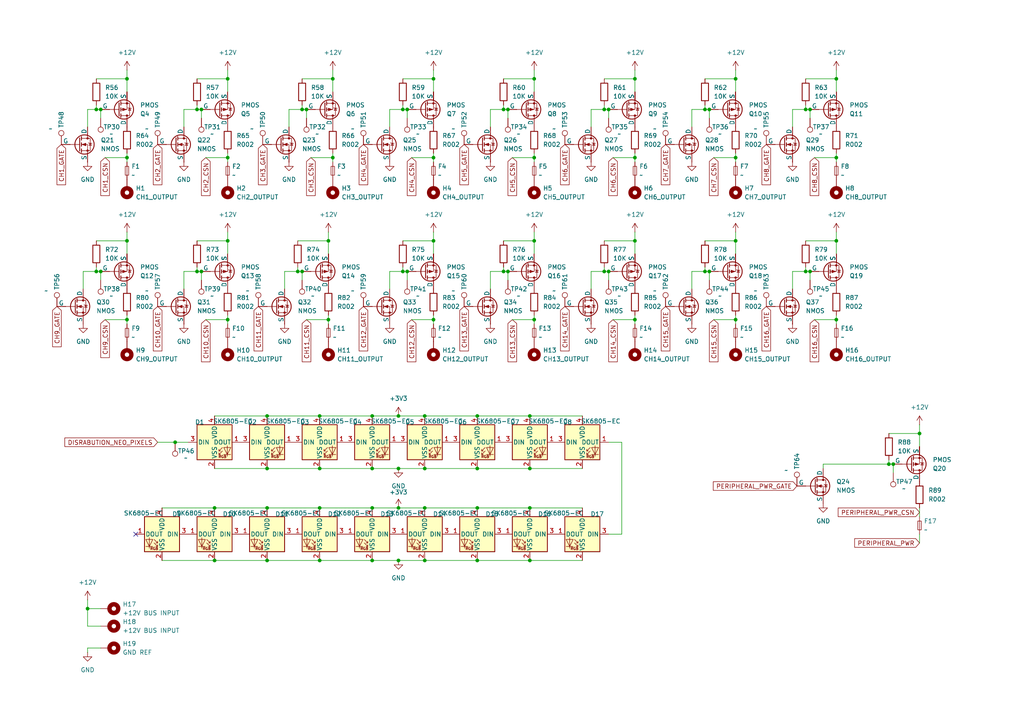
<source format=kicad_sch>
(kicad_sch (version 20250114) (generator "eeschema") (generator_version "9.0")
  (paper "A4")
  (junction (at 242.57 45.72))
  (junction (at 92.71 162.56))
  (junction (at 153.67 147.32))
  (junction (at 27.94 31.75))
  (junction (at 50.8 128.27))
  (junction (at 66.04 69.85))
  (junction (at 107.95 120.65))
  (junction (at 213.36 45.72))
  (junction (at 66.04 92.71))
  (junction (at 154.94 69.85))
  (junction (at 27.94 78.74))
  (junction (at 36.83 22.86))
  (junction (at 147.32 31.75))
  (junction (at 233.68 31.75))
  (junction (at 115.57 135.89))
  (junction (at 116.84 31.75))
  (junction (at 115.57 120.65))
  (junction (at 77.47 135.89))
  (junction (at 213.36 22.86))
  (junction (at 184.15 69.85))
  (junction (at 234.95 31.75))
  (junction (at 125.73 22.86))
  (junction (at 87.63 78.74))
  (junction (at 184.15 45.72))
  (junction (at 213.36 69.85))
  (junction (at 205.74 78.74))
  (junction (at 116.84 78.74))
  (junction (at 36.83 45.72))
  (junction (at 123.19 162.56))
  (junction (at 58.42 31.75))
  (junction (at 77.47 147.32))
  (junction (at 213.36 92.71))
  (junction (at 115.57 147.32))
  (junction (at 92.71 120.65))
  (junction (at 107.95 147.32))
  (junction (at 259.08 134.62))
  (junction (at 138.43 162.56))
  (junction (at 66.04 22.86))
  (junction (at 118.11 78.74))
  (junction (at 25.4 176.53))
  (junction (at 29.21 31.75))
  (junction (at 125.73 69.85))
  (junction (at 146.05 78.74))
  (junction (at 125.73 45.72))
  (junction (at 147.32 78.74))
  (junction (at 233.68 78.74))
  (junction (at 62.23 147.32))
  (junction (at 36.83 92.71))
  (junction (at 95.25 69.85))
  (junction (at 123.19 135.89))
  (junction (at 88.9 31.75))
  (junction (at 115.57 162.56))
  (junction (at 107.95 135.89))
  (junction (at 62.23 162.56))
  (junction (at 107.95 162.56))
  (junction (at 154.94 22.86))
  (junction (at 58.42 78.74))
  (junction (at 175.26 31.75))
  (junction (at 204.47 31.75))
  (junction (at 266.7 125.73))
  (junction (at 36.83 69.85))
  (junction (at 29.21 78.74))
  (junction (at 184.15 92.71))
  (junction (at 153.67 120.65))
  (junction (at 176.53 31.75))
  (junction (at 125.73 92.71))
  (junction (at 138.43 135.89))
  (junction (at 153.67 162.56))
  (junction (at 242.57 22.86))
  (junction (at 86.36 78.74))
  (junction (at 77.47 120.65))
  (junction (at 57.15 31.75))
  (junction (at 204.47 78.74))
  (junction (at 95.25 92.71))
  (junction (at 96.52 22.86))
  (junction (at 138.43 147.32))
  (junction (at 205.74 31.75))
  (junction (at 146.05 31.75))
  (junction (at 92.71 147.32))
  (junction (at 123.19 120.65))
  (junction (at 242.57 69.85))
  (junction (at 123.19 147.32))
  (junction (at 175.26 78.74))
  (junction (at 138.43 120.65))
  (junction (at 176.53 78.74))
  (junction (at 154.94 45.72))
  (junction (at 77.47 162.56))
  (junction (at 92.71 135.89))
  (junction (at 57.15 78.74))
  (junction (at 154.94 92.71))
  (junction (at 66.04 45.72))
  (junction (at 234.95 78.74))
  (junction (at 242.57 92.71))
  (junction (at 118.11 31.75))
  (junction (at 257.81 134.62))
  (junction (at 87.63 31.75))
  (junction (at 153.67 135.89))
  (junction (at 96.52 45.72))
  (junction (at 184.15 22.86))
  (no_connect (at 39.37 154.94))
  (wire (pts (xy 175.26 31.75) (xy 176.53 31.75)))
  (wire (pts (xy 58.42 78.74) (xy 58.42 81.28)))
  (wire (pts (xy 115.57 120.65) (xy 123.19 120.65)))
  (wire (pts (xy 92.71 120.65) (xy 107.95 120.65)))
  (wire (pts (xy 257.81 133.35) (xy 257.81 134.62)))
  (wire (pts (xy 107.95 147.32) (xy 115.57 147.32)))
  (wire (pts (xy 96.52 22.86) (xy 96.52 26.67)))
  (wire (pts (xy 123.19 147.32) (xy 138.43 147.32)))
  (wire (pts (xy 142.24 78.74) (xy 146.05 78.74)))
  (wire (pts (xy 116.84 77.47) (xy 116.84 78.74)))
  (wire (pts (xy 242.57 69.85) (xy 242.57 73.66)))
  (wire (pts (xy 113.03 83.82) (xy 113.03 78.74)))
  (wire (pts (xy 123.19 162.56) (xy 138.43 162.56)))
  (wire (pts (xy 238.76 134.62) (xy 257.81 134.62)))
  (wire (pts (xy 200.66 31.75) (xy 204.47 31.75)))
  (wire (pts (xy 242.57 20.32) (xy 242.57 22.86)))
  (wire (pts (xy 229.87 31.75) (xy 233.68 31.75)))
  (wire (pts (xy 27.94 22.86) (xy 36.83 22.86)))
  (wire (pts (xy 138.43 120.65) (xy 153.67 120.65)))
  (wire (pts (xy 90.17 45.72) (xy 96.52 45.72)))
  (wire (pts (xy 184.15 22.86) (xy 184.15 26.67)))
  (wire (pts (xy 36.83 44.45) (xy 36.83 45.72)))
  (wire (pts (xy 171.45 36.83) (xy 171.45 31.75)))
  (wire (pts (xy 154.94 69.85) (xy 154.94 73.66)))
  (wire (pts (xy 77.47 135.89) (xy 92.71 135.89)))
  (wire (pts (xy 66.04 91.44) (xy 66.04 92.71)))
  (wire (pts (xy 36.83 69.85) (xy 36.83 73.66)))
  (wire (pts (xy 116.84 22.86) (xy 125.73 22.86)))
  (wire (pts (xy 59.69 92.71) (xy 66.04 92.71)))
  (wire (pts (xy 153.67 135.89) (xy 168.91 135.89)))
  (wire (pts (xy 87.63 30.48) (xy 87.63 31.75)))
  (wire (pts (xy 153.67 162.56) (xy 168.91 162.56)))
  (wire (pts (xy 184.15 92.71) (xy 184.15 93.98)))
  (wire (pts (xy 66.04 67.31) (xy 66.04 69.85)))
  (wire (pts (xy 200.66 36.83) (xy 200.66 31.75)))
  (wire (pts (xy 36.83 22.86) (xy 36.83 26.67)))
  (wire (pts (xy 146.05 77.47) (xy 146.05 78.74)))
  (wire (pts (xy 107.95 162.56) (xy 115.57 162.56)))
  (wire (pts (xy 138.43 147.32) (xy 153.67 147.32)))
  (wire (pts (xy 146.05 30.48) (xy 146.05 31.75)))
  (wire (pts (xy 27.94 31.75) (xy 29.21 31.75)))
  (wire (pts (xy 115.57 135.89) (xy 123.19 135.89)))
  (wire (pts (xy 83.82 36.83) (xy 83.82 31.75)))
  (wire (pts (xy 233.68 69.85) (xy 242.57 69.85)))
  (wire (pts (xy 180.34 128.27) (xy 180.34 154.94)))
  (wire (pts (xy 154.94 91.44) (xy 154.94 92.71)))
  (wire (pts (xy 95.25 69.85) (xy 95.25 73.66)))
  (wire (pts (xy 266.7 125.73) (xy 266.7 129.54)))
  (wire (pts (xy 66.04 45.72) (xy 66.04 46.99)))
  (wire (pts (xy 142.24 31.75) (xy 146.05 31.75)))
  (wire (pts (xy 213.36 44.45) (xy 213.36 45.72)))
  (wire (pts (xy 229.87 83.82) (xy 229.87 78.74)))
  (wire (pts (xy 24.13 78.74) (xy 27.94 78.74)))
  (wire (pts (xy 86.36 78.74) (xy 87.63 78.74)))
  (wire (pts (xy 123.19 135.89) (xy 138.43 135.89)))
  (wire (pts (xy 154.94 20.32) (xy 154.94 22.86)))
  (wire (pts (xy 125.73 92.71) (xy 125.73 93.98)))
  (wire (pts (xy 92.71 135.89) (xy 107.95 135.89)))
  (wire (pts (xy 25.4 173.99) (xy 25.4 176.53)))
  (wire (pts (xy 142.24 36.83) (xy 142.24 31.75)))
  (wire (pts (xy 27.94 30.48) (xy 27.94 31.75)))
  (wire (pts (xy 36.83 45.72) (xy 36.83 46.99)))
  (wire (pts (xy 87.63 22.86) (xy 96.52 22.86)))
  (wire (pts (xy 116.84 78.74) (xy 118.11 78.74)))
  (wire (pts (xy 229.87 36.83) (xy 229.87 31.75)))
  (wire (pts (xy 213.36 20.32) (xy 213.36 22.86)))
  (wire (pts (xy 176.53 31.75) (xy 176.53 34.29)))
  (wire (pts (xy 57.15 31.75) (xy 58.42 31.75)))
  (wire (pts (xy 46.99 147.32) (xy 62.23 147.32)))
  (wire (pts (xy 125.73 45.72) (xy 125.73 46.99)))
  (wire (pts (xy 171.45 31.75) (xy 175.26 31.75)))
  (wire (pts (xy 176.53 128.27) (xy 180.34 128.27)))
  (wire (pts (xy 82.55 83.82) (xy 82.55 78.74)))
  (wire (pts (xy 66.04 20.32) (xy 66.04 22.86)))
  (wire (pts (xy 30.48 92.71) (xy 36.83 92.71)))
  (wire (pts (xy 177.8 92.71) (xy 184.15 92.71)))
  (wire (pts (xy 87.63 31.75) (xy 88.9 31.75)))
  (wire (pts (xy 57.15 77.47) (xy 57.15 78.74)))
  (wire (pts (xy 200.66 78.74) (xy 204.47 78.74)))
  (wire (pts (xy 154.94 67.31) (xy 154.94 69.85)))
  (wire (pts (xy 113.03 31.75) (xy 116.84 31.75)))
  (wire (pts (xy 213.36 67.31) (xy 213.36 69.85)))
  (wire (pts (xy 82.55 78.74) (xy 86.36 78.74)))
  (wire (pts (xy 50.8 128.27) (xy 54.61 128.27)))
  (wire (pts (xy 62.23 162.56) (xy 77.47 162.56)))
  (wire (pts (xy 213.36 91.44) (xy 213.36 92.71)))
  (wire (pts (xy 213.36 45.72) (xy 213.36 46.99)))
  (wire (pts (xy 27.94 78.74) (xy 29.21 78.74)))
  (wire (pts (xy 88.9 31.75) (xy 88.9 34.29)))
  (wire (pts (xy 62.23 135.89) (xy 77.47 135.89)))
  (wire (pts (xy 116.84 30.48) (xy 116.84 31.75)))
  (wire (pts (xy 146.05 31.75) (xy 147.32 31.75)))
  (wire (pts (xy 146.05 22.86) (xy 154.94 22.86)))
  (wire (pts (xy 204.47 22.86) (xy 213.36 22.86)))
  (wire (pts (xy 147.32 78.74) (xy 147.32 81.28)))
  (wire (pts (xy 92.71 162.56) (xy 107.95 162.56)))
  (wire (pts (xy 234.95 31.75) (xy 234.95 34.29)))
  (wire (pts (xy 171.45 83.82) (xy 171.45 78.74)))
  (wire (pts (xy 25.4 181.61) (xy 29.21 181.61)))
  (wire (pts (xy 30.48 45.72) (xy 36.83 45.72)))
  (wire (pts (xy 95.25 67.31) (xy 95.25 69.85)))
  (wire (pts (xy 107.95 120.65) (xy 115.57 120.65)))
  (wire (pts (xy 116.84 31.75) (xy 118.11 31.75)))
  (wire (pts (xy 66.04 92.71) (xy 66.04 93.98)))
  (wire (pts (xy 146.05 78.74) (xy 147.32 78.74)))
  (wire (pts (xy 125.73 67.31) (xy 125.73 69.85)))
  (wire (pts (xy 57.15 22.86) (xy 66.04 22.86)))
  (wire (pts (xy 115.57 147.32) (xy 123.19 147.32)))
  (wire (pts (xy 184.15 69.85) (xy 184.15 73.66)))
  (wire (pts (xy 125.73 44.45) (xy 125.73 45.72)))
  (wire (pts (xy 233.68 30.48) (xy 233.68 31.75)))
  (wire (pts (xy 25.4 187.96) (xy 29.21 187.96)))
  (wire (pts (xy 29.21 78.74) (xy 29.21 81.28)))
  (wire (pts (xy 57.15 69.85) (xy 66.04 69.85)))
  (wire (pts (xy 233.68 31.75) (xy 234.95 31.75)))
  (wire (pts (xy 66.04 22.86) (xy 66.04 26.67)))
  (wire (pts (xy 66.04 69.85) (xy 66.04 73.66)))
  (wire (pts (xy 175.26 78.74) (xy 176.53 78.74)))
  (wire (pts (xy 25.4 176.53) (xy 29.21 176.53)))
  (wire (pts (xy 36.83 91.44) (xy 36.83 92.71)))
  (wire (pts (xy 266.7 147.32) (xy 266.7 149.86)))
  (wire (pts (xy 213.36 92.71) (xy 213.36 93.98)))
  (wire (pts (xy 25.4 31.75) (xy 27.94 31.75)))
  (wire (pts (xy 107.95 135.89) (xy 115.57 135.89)))
  (wire (pts (xy 119.38 92.71) (xy 125.73 92.71)))
  (wire (pts (xy 36.83 67.31) (xy 36.83 69.85)))
  (wire (pts (xy 27.94 77.47) (xy 27.94 78.74)))
  (wire (pts (xy 96.52 45.72) (xy 96.52 46.99)))
  (wire (pts (xy 153.67 120.65) (xy 168.91 120.65)))
  (wire (pts (xy 204.47 31.75) (xy 205.74 31.75)))
  (wire (pts (xy 180.34 154.94) (xy 176.53 154.94)))
  (wire (pts (xy 53.34 36.83) (xy 53.34 31.75)))
  (wire (pts (xy 233.68 78.74) (xy 234.95 78.74)))
  (wire (pts (xy 205.74 78.74) (xy 205.74 81.28)))
  (wire (pts (xy 92.71 147.32) (xy 107.95 147.32)))
  (wire (pts (xy 87.63 78.74) (xy 87.63 81.28)))
  (wire (pts (xy 57.15 78.74) (xy 58.42 78.74)))
  (wire (pts (xy 58.42 31.75) (xy 58.42 34.29)))
  (wire (pts (xy 45.72 128.27) (xy 50.8 128.27)))
  (wire (pts (xy 83.82 31.75) (xy 87.63 31.75)))
  (wire (pts (xy 213.36 22.86) (xy 213.36 26.67)))
  (wire (pts (xy 118.11 31.75) (xy 118.11 34.29)))
  (wire (pts (xy 213.36 69.85) (xy 213.36 73.66)))
  (wire (pts (xy 242.57 22.86) (xy 242.57 26.67)))
  (wire (pts (xy 123.19 120.65) (xy 138.43 120.65)))
  (wire (pts (xy 86.36 69.85) (xy 95.25 69.85)))
  (wire (pts (xy 236.22 45.72) (xy 242.57 45.72)))
  (wire (pts (xy 96.52 20.32) (xy 96.52 22.86)))
  (wire (pts (xy 95.25 92.71) (xy 95.25 93.98)))
  (wire (pts (xy 204.47 69.85) (xy 213.36 69.85)))
  (wire (pts (xy 242.57 67.31) (xy 242.57 69.85)))
  (wire (pts (xy 236.22 92.71) (xy 242.57 92.71)))
  (wire (pts (xy 204.47 77.47) (xy 204.47 78.74)))
  (wire (pts (xy 184.15 20.32) (xy 184.15 22.86)))
  (wire (pts (xy 147.32 31.75) (xy 147.32 34.29)))
  (wire (pts (xy 86.36 77.47) (xy 86.36 78.74)))
  (wire (pts (xy 138.43 135.89) (xy 153.67 135.89)))
  (wire (pts (xy 175.26 30.48) (xy 175.26 31.75)))
  (wire (pts (xy 125.73 20.32) (xy 125.73 22.86)))
  (wire (pts (xy 148.59 92.71) (xy 154.94 92.71)))
  (wire (pts (xy 146.05 69.85) (xy 154.94 69.85)))
  (wire (pts (xy 62.23 147.32) (xy 77.47 147.32)))
  (wire (pts (xy 115.57 162.56) (xy 123.19 162.56)))
  (wire (pts (xy 116.84 69.85) (xy 125.73 69.85)))
  (wire (pts (xy 242.57 91.44) (xy 242.57 92.71)))
  (wire (pts (xy 184.15 91.44) (xy 184.15 92.71)))
  (wire (pts (xy 125.73 91.44) (xy 125.73 92.71)))
  (wire (pts (xy 177.8 45.72) (xy 184.15 45.72)))
  (wire (pts (xy 88.9 92.71) (xy 95.25 92.71)))
  (wire (pts (xy 25.4 176.53) (xy 25.4 181.61)))
  (wire (pts (xy 77.47 162.56) (xy 92.71 162.56)))
  (wire (pts (xy 175.26 77.47) (xy 175.26 78.74)))
  (wire (pts (xy 207.01 92.71) (xy 213.36 92.71)))
  (wire (pts (xy 25.4 36.83) (xy 25.4 31.75)))
  (wire (pts (xy 242.57 45.72) (xy 242.57 46.99)))
  (wire (pts (xy 153.67 147.32) (xy 168.91 147.32)))
  (wire (pts (xy 29.21 31.75) (xy 29.21 34.29)))
  (wire (pts (xy 257.81 125.73) (xy 266.7 125.73)))
  (wire (pts (xy 233.68 77.47) (xy 233.68 78.74)))
  (wire (pts (xy 204.47 78.74) (xy 205.74 78.74)))
  (wire (pts (xy 266.7 154.94) (xy 266.7 157.48)))
  (wire (pts (xy 205.74 31.75) (xy 205.74 34.29)))
  (wire (pts (xy 138.43 162.56) (xy 153.67 162.56)))
  (wire (pts (xy 204.47 30.48) (xy 204.47 31.75)))
  (wire (pts (xy 53.34 83.82) (xy 53.34 78.74)))
  (wire (pts (xy 207.01 45.72) (xy 213.36 45.72)))
  (wire (pts (xy 142.24 83.82) (xy 142.24 78.74)))
  (wire (pts (xy 259.08 134.62) (xy 259.08 137.16)))
  (wire (pts (xy 171.45 78.74) (xy 175.26 78.74)))
  (wire (pts (xy 184.15 67.31) (xy 184.15 69.85)))
  (wire (pts (xy 27.94 69.85) (xy 36.83 69.85)))
  (wire (pts (xy 77.47 120.65) (xy 92.71 120.65)))
  (wire (pts (xy 175.26 69.85) (xy 184.15 69.85)))
  (wire (pts (xy 36.83 92.71) (xy 36.83 93.98)))
  (wire (pts (xy 154.94 44.45) (xy 154.94 45.72)))
  (wire (pts (xy 200.66 83.82) (xy 200.66 78.74)))
  (wire (pts (xy 238.76 134.62) (xy 238.76 135.89)))
  (wire (pts (xy 57.15 30.48) (xy 57.15 31.75)))
  (wire (pts (xy 53.34 78.74) (xy 57.15 78.74)))
  (wire (pts (xy 62.23 120.65) (xy 77.47 120.65)))
  (wire (pts (xy 46.99 162.56) (xy 62.23 162.56)))
  (wire (pts (xy 229.87 78.74) (xy 233.68 78.74)))
  (wire (pts (xy 96.52 44.45) (xy 96.52 45.72)))
  (wire (pts (xy 66.04 44.45) (xy 66.04 45.72)))
  (wire (pts (xy 242.57 92.71) (xy 242.57 93.98)))
  (wire (pts (xy 175.26 22.86) (xy 184.15 22.86)))
  (wire (pts (xy 24.13 83.82) (xy 24.13 78.74)))
  (wire (pts (xy 36.83 20.32) (xy 36.83 22.86)))
  (wire (pts (xy 266.7 123.19) (xy 266.7 125.73)))
  (wire (pts (xy 154.94 45.72) (xy 154.94 46.99)))
  (wire (pts (xy 77.47 147.32) (xy 92.71 147.32)))
  (wire (pts (xy 242.57 44.45) (xy 242.57 45.72)))
  (wire (pts (xy 113.03 78.74) (xy 116.84 78.74)))
  (wire (pts (xy 25.4 189.23) (xy 25.4 187.96)))
  (wire (pts (xy 234.95 78.74) (xy 234.95 81.28)))
  (wire (pts (xy 154.94 22.86) (xy 154.94 26.67)))
  (wire (pts (xy 95.25 91.44) (xy 95.25 92.71)))
  (wire (pts (xy 233.68 22.86) (xy 242.57 22.86)))
  (wire (pts (xy 176.53 78.74) (xy 176.53 81.28)))
  (wire (pts (xy 119.38 45.72) (xy 125.73 45.72)))
  (wire (pts (xy 59.69 45.72) (xy 66.04 45.72)))
  (wire (pts (xy 148.59 45.72) (xy 154.94 45.72)))
  (wire (pts (xy 118.11 78.74) (xy 118.11 81.28)))
  (wire (pts (xy 184.15 45.72) (xy 184.15 46.99)))
  (wire (pts (xy 184.15 44.45) (xy 184.15 45.72)))
  (wire (pts (xy 125.73 22.86) (xy 125.73 26.67)))
  (wire (pts (xy 257.81 134.62) (xy 259.08 134.62)))
  (wire (pts (xy 53.34 31.75) (xy 57.15 31.75)))
  (wire (pts (xy 125.73 69.85) (xy 125.73 73.66)))
  (wire (pts (xy 154.94 92.71) (xy 154.94 93.98)))
  (wire (pts (xy 113.03 36.83) (xy 113.03 31.75)))
  (global_label "CH16_CSN" (shape input) (at 236.22 92.71 270) (property "Intersheetrefs" "${INTERSHEET_REFS}" (effects (hide yes))))
  (global_label "CH9_CSN" (shape input) (at 30.48 92.71 270) (property "Intersheetrefs" "${INTERSHEET_REFS}" (effects (hide yes))))
  (global_label "CH12_CSN" (shape input) (at 119.38 92.71 270) (property "Intersheetrefs" "${INTERSHEET_REFS}" (effects (hide yes))))
  (global_label "CH4_GATE" (shape input) (at 105.41 41.91 270) (property "Intersheetrefs" "${INTERSHEET_REFS}" (effects (hide yes))))
  (global_label "CH3_GATE" (shape input) (at 76.2 41.91 270) (property "Intersheetrefs" "${INTERSHEET_REFS}" (effects (hide yes))))
  (global_label "CH1_CSN" (shape input) (at 30.48 45.72 270) (property "Intersheetrefs" "${INTERSHEET_REFS}" (effects (hide yes))))
  (global_label "CH16_GATE" (shape input) (at 222.25 88.9 270) (property "Intersheetrefs" "${INTERSHEET_REFS}" (effects (hide yes))))
  (global_label "CH3_CSN" (shape input) (at 90.17 45.72 270) (property "Intersheetrefs" "${INTERSHEET_REFS}" (effects (hide yes))))
  (global_label "CH5_CSN" (shape input) (at 148.59 45.72 270) (property "Intersheetrefs" "${INTERSHEET_REFS}" (effects (hide yes))))
  (global_label "CH2_GATE" (shape input) (at 45.72 41.91 270) (property "Intersheetrefs" "${INTERSHEET_REFS}" (effects (hide yes))))
  (global_label "DISRABUTION_NEO_PIXELS" (shape input) (at 45.72 128.27 180) (property "Intersheetrefs" "${INTERSHEET_REFS}" (effects (hide yes))))
  (global_label "CH8_CSN" (shape input) (at 236.22 45.72 270) (property "Intersheetrefs" "${INTERSHEET_REFS}" (effects (hide yes))))
  (global_label "CH10_CSN" (shape input) (at 59.69 92.71 270) (property "Intersheetrefs" "${INTERSHEET_REFS}" (effects (hide yes))))
  (global_label "CH10_GATE" (shape input) (at 45.72 88.9 270) (property "Intersheetrefs" "${INTERSHEET_REFS}" (effects (hide yes))))
  (global_label "CH15_GATE" (shape input) (at 193.04 88.9 270) (property "Intersheetrefs" "${INTERSHEET_REFS}" (effects (hide yes))))
  (global_label "CH6_CSN" (shape input) (at 177.8 45.72 270) (property "Intersheetrefs" "${INTERSHEET_REFS}" (effects (hide yes))))
  (global_label "PERIPHERAL_PWR_CSN" (shape input) (at 266.7 148.59 180) (property "Intersheetrefs" "${INTERSHEET_REFS}" (effects (hide yes))))
  (global_label "CH1_GATE" (shape input) (at 17.78 41.91 270) (property "Intersheetrefs" "${INTERSHEET_REFS}" (effects (hide yes))))
  (global_label "CH2_CSN" (shape input) (at 59.69 45.72 270) (property "Intersheetrefs" "${INTERSHEET_REFS}" (effects (hide yes))))
  (global_label "CH5_GATE" (shape input) (at 134.62 41.91 270) (property "Intersheetrefs" "${INTERSHEET_REFS}" (effects (hide yes))))
  (global_label "CH6_GATE" (shape input) (at 163.83 41.91 270) (property "Intersheetrefs" "${INTERSHEET_REFS}" (effects (hide yes))))
  (global_label "PERIPHERAL_PWR_GATE" (shape input) (at 231.14 140.97 180) (property "Intersheetrefs" "${INTERSHEET_REFS}" (effects (hide yes))))
  (global_label "CH13_CSN" (shape input) (at 148.59 92.71 270) (property "Intersheetrefs" "${INTERSHEET_REFS}" (effects (hide yes))))
  (global_label "CH11_CSN" (shape input) (at 88.9 92.71 270) (property "Intersheetrefs" "${INTERSHEET_REFS}" (effects (hide yes))))
  (global_label "CH8_GATE" (shape input) (at 222.25 41.91 270) (property "Intersheetrefs" "${INTERSHEET_REFS}" (effects (hide yes))))
  (global_label "CH12_GATE" (shape input) (at 105.41 88.9 270) (property "Intersheetrefs" "${INTERSHEET_REFS}" (effects (hide yes))))
  (global_label "CH15_CSN" (shape input) (at 207.01 92.71 270) (property "Intersheetrefs" "${INTERSHEET_REFS}" (effects (hide yes))))
  (global_label "CH7_GATE" (shape input) (at 193.04 41.91 270) (property "Intersheetrefs" "${INTERSHEET_REFS}" (effects (hide yes))))
  (global_label "CH14_CSN" (shape input) (at 177.8 92.71 270) (property "Intersheetrefs" "${INTERSHEET_REFS}" (effects (hide yes))))
  (global_label "CH4_CSN" (shape input) (at 119.38 45.72 270) (property "Intersheetrefs" "${INTERSHEET_REFS}" (effects (hide yes))))
  (global_label "CH7_CSN" (shape input) (at 207.01 45.72 270) (property "Intersheetrefs" "${INTERSHEET_REFS}" (effects (hide yes))))
  (global_label "CH13_GATE" (shape input) (at 134.62 88.9 270) (property "Intersheetrefs" "${INTERSHEET_REFS}" (effects (hide yes))))
  (global_label "PERIPHERAL_PWR" (shape input) (at 266.7 157.48 180) (property "Intersheetrefs" "${INTERSHEET_REFS}" (effects (hide yes))))
  (global_label "CH9_GATE" (shape input) (at 16.51 88.9 270) (property "Intersheetrefs" "${INTERSHEET_REFS}" (effects (hide yes))))
  (global_label "CH14_GATE" (shape input) (at 163.83 88.9 270) (property "Intersheetrefs" "${INTERSHEET_REFS}" (effects (hide yes))))
  (global_label "CH11_GATE" (shape input) (at 74.93 88.9 270) (property "Intersheetrefs" "${INTERSHEET_REFS}" (effects (hide yes))))
  (symbol (lib_id "Device:R") (at 36.83 87.63 0) (unit 1)
    (property "Reference" "R80" (at 39.37 86.3599 0) (effects (justify left)))
    (property "Value" "R002" (at 39.37 88.8999 0) (effects (justify left)))
    (property "Footprint" "Resistor_SMD:R_2512_6332Metric" (effects (hide yes)))
    (property "Description" "Resistor" (effects (hide yes)))
    (property "Digikey Part Number" "CRF2512-FZ-R002ELFCT-ND" (effects (hide yes)))
  )
  (symbol (lib_id "Connector:TestPoint") (at 118.11 81.28 180) (unit 1) (in_bom no)
    (property "Reference" "TP41" (at 118.872 83.82 0) (effects (justify right)))
    (property "Value" "~" (at 120.65 85.852 0) (effects (justify right)))
    (property "Footprint" "TestPoint:TestPoint_Pad_D1.0mm" (effects (hide yes)))
    (property "Description" "test point" (effects (hide yes)))
  )
  (symbol (lib_id "LED:SK6805") (at 92.71 128.27 0) (unit 1)
    (property "Reference" "D3" (at 88.392 122.428 0))
    (property "Value" "SK6805-EC" (at 98.044 122.174 0))
    (property "Footprint" "LED_SMD:LED_SK6805_PLCC4_2.4x2.7mm_P1.3mm" (effects (hide yes)))
    (property "Datasheet" "https://cdn-shop.adafruit.com/product-files/3484/3484_Datasheet.pdf" (effects (hide yes)))
    (property "Description" "RGB LED with integrated controller" (effects (hide yes)))
    (property "Digikey Part Number" "1528-4492-ND" (effects (hide yes)))
  )
  (symbol (lib_id "Device:Fuse_Small") (at 242.57 96.52 90) (unit 1)
    (property "Reference" "F16" (at 243.84 95.2499 90) (effects (justify right)))
    (property "Value" "~" (at 243.84 97.7899 90) (effects (justify right)))
    (property "Footprint" "Library:ATO_FUSEHOLDER" (effects (hide yes)))
    (property "Description" "Fuse, small symbol" (effects (hide yes)))
    (property "Digikey Part Number" "36-3522-ND" (effects (hide yes)))
  )
  (symbol (lib_id "LIBRAY:SiSS27DN") (at 34.29 31.75 0) (mirror x) (unit 1)
    (property "Reference" "Q4" (at 40.64 33.0201 0) (effects (justify left)))
    (property "Value" "PMOS" (at 40.64 30.4801 0) (effects (justify left)))
    (property "Footprint" "Package_SO:Vishay_PowerPAK_1212-8_Single" (effects (hide yes)))
    (property "Datasheet" "https://ngspice.sourceforge.io/docs/ngspice-html-manual/manual.xhtml#cha_MOSFETs" (effects (hide yes)))
    (property "Description" "P-MOSFET transistor, drain/source/gate" (effects (hide yes)))
    (property "Sim.Device" "PMOS" (effects (hide yes)))
    (property "Sim.Type" "VDMOS" (effects (hide yes)))
    (property "Sim.Pins" "1=D 2=G 3=S" (effects (hide yes)))
    (property "Digikey Part Number" "SISS27DN-T1-GE3CT-ND" (effects (hide yes)))
  )
  (symbol (lib_id "Device:Fuse_Small") (at 66.04 96.52 90) (unit 1)
    (property "Reference" "F10" (at 67.31 95.2499 90) (effects (justify right)))
    (property "Value" "~" (at 67.31 97.7899 90) (effects (justify right)))
    (property "Footprint" "Library:ATO_FUSEHOLDER" (effects (hide yes)))
    (property "Description" "Fuse, small symbol" (effects (hide yes)))
    (property "Digikey Part Number" "36-3522-ND" (effects (hide yes)))
  )
  (symbol (lib_id "Mechanical:MountingHole_Pad") (at 36.83 101.6 180) (unit 1) (in_bom no)
    (property "Reference" "H9" (at 39.37 101.5999 0) (effects (justify right)))
    (property "Value" "CH9_OUTPUT" (at 39.37 104.1399 0) (effects (justify right)))
    (property "Footprint" "MountingHole:MountingHole_6.4mm_M6_Pad_TopOnly" (effects (hide yes)))
    (property "Description" "Mounting Hole with connection" (effects (hide yes)))
  )
  (symbol (lib_id "power:GND") (at 238.76 146.05 0) (unit 1)
    (property "Reference" "#PWR095" (effects (hide yes)))
    (property "Value" "GND" (at 238.76 151.13 0))
    (property "Description" "Power symbol creates a global label with name \"GND\" , ground" (effects (hide yes)))
  )
  (symbol (lib_name "NMOS_1") (lib_id "Simulation_SPICE:NMOS") (at 168.91 88.9 0) (unit 1)
    (property "Reference" "Q35" (at 175.26 87.6299 0) (effects (justify left)))
    (property "Value" "NMOS" (at 175.26 90.1699 0) (effects (justify left)))
    (property "Footprint" "Package_TO_SOT_SMD:SOT-23" (effects (hide yes)))
    (property "Datasheet" "https://ngspice.sourceforge.io/docs/ngspice-html-manual/manual.xhtml#cha_MOSFETs" (effects (hide yes)))
    (property "Description" "N-MOSFET transistor, drain/source/gate" (effects (hide yes)))
    (property "Sim.Device" "NMOS" (effects (hide yes)))
    (property "Sim.Type" "VDMOS" (effects (hide yes)))
    (property "Sim.Pins" "1=D 2=G 3=S" (effects (hide yes)))
    (property "Digikey Part Number" "BSS127H6327XTSA2CT-ND" (effects (hide yes)))
  )
  (symbol (lib_id "power:GND") (at 53.34 46.99 0) (unit 1)
    (property "Reference" "#PWR093" (effects (hide yes)))
    (property "Value" "GND" (at 53.34 52.07 0))
    (property "Description" "Power symbol creates a global label with name \"GND\" , ground" (effects (hide yes)))
  )
  (symbol (lib_name "NMOS_1") (lib_id "Simulation_SPICE:NMOS") (at 80.01 88.9 0) (unit 1)
    (property "Reference" "Q32" (at 86.36 87.6299 0) (effects (justify left)))
    (property "Value" "NMOS" (at 86.36 90.1699 0) (effects (justify left)))
    (property "Footprint" "Package_TO_SOT_SMD:SOT-23" (effects (hide yes)))
    (property "Datasheet" "https://ngspice.sourceforge.io/docs/ngspice-html-manual/manual.xhtml#cha_MOSFETs" (effects (hide yes)))
    (property "Description" "N-MOSFET transistor, drain/source/gate" (effects (hide yes)))
    (property "Sim.Device" "NMOS" (effects (hide yes)))
    (property "Sim.Type" "VDMOS" (effects (hide yes)))
    (property "Sim.Pins" "1=D 2=G 3=S" (effects (hide yes)))
    (property "Digikey Part Number" "BSS127H6327XTSA2CT-ND" (effects (hide yes)))
  )
  (symbol (lib_id "LED:SK6805") (at 123.19 128.27 0) (unit 1)
    (property "Reference" "D5" (at 118.872 122.428 0))
    (property "Value" "SK6805-EC" (at 128.524 122.174 0))
    (property "Footprint" "LED_SMD:LED_SK6805_PLCC4_2.4x2.7mm_P1.3mm" (effects (hide yes)))
    (property "Datasheet" "https://cdn-shop.adafruit.com/product-files/3484/3484_Datasheet.pdf" (effects (hide yes)))
    (property "Description" "RGB LED with integrated controller" (effects (hide yes)))
    (property "Digikey Part Number" "1528-4492-ND" (effects (hide yes)))
  )
  (symbol (lib_name "NMOS_1") (lib_id "Simulation_SPICE:NMOS") (at 22.86 41.91 0) (unit 1)
    (property "Reference" "Q21" (at 29.21 40.6399 0) (effects (justify left)))
    (property "Value" "NMOS" (at 29.21 43.1799 0) (effects (justify left)))
    (property "Footprint" "Package_TO_SOT_SMD:SOT-23" (effects (hide yes)))
    (property "Datasheet" "https://ngspice.sourceforge.io/docs/ngspice-html-manual/manual.xhtml#cha_MOSFETs" (effects (hide yes)))
    (property "Description" "N-MOSFET transistor, drain/source/gate" (effects (hide yes)))
    (property "Sim.Device" "NMOS" (effects (hide yes)))
    (property "Sim.Type" "VDMOS" (effects (hide yes)))
    (property "Sim.Pins" "1=D 2=G 3=S" (effects (hide yes)))
    (property "Digikey Part Number" "BSS127H6327XTSA2CT-ND" (effects (hide yes)))
  )
  (symbol (lib_id "power:GND") (at 53.34 93.98 0) (unit 1)
    (property "Reference" "#PWR0102" (effects (hide yes)))
    (property "Value" "GND" (at 53.34 99.06 0))
    (property "Description" "Power symbol creates a global label with name \"GND\" , ground" (effects (hide yes)))
  )
  (symbol (lib_id "power:+12V") (at 242.57 20.32 0) (unit 1)
    (property "Reference" "#PWR070" (effects (hide yes)))
    (property "Value" "+12V" (at 242.57 15.24 0))
    (property "Description" "Power symbol creates a global label with name \"+12V\"" (effects (hide yes)))
  )
  (symbol (lib_id "LIBRAY:SiSS27DN") (at 34.29 78.74 0) (mirror x) (unit 1)
    (property "Reference" "Q12" (at 40.64 80.0101 0) (effects (justify left)))
    (property "Value" "PMOS" (at 40.64 77.4701 0) (effects (justify left)))
    (property "Footprint" "Package_SO:Vishay_PowerPAK_1212-8_Single" (effects (hide yes)))
    (property "Datasheet" "https://ngspice.sourceforge.io/docs/ngspice-html-manual/manual.xhtml#cha_MOSFETs" (effects (hide yes)))
    (property "Description" "P-MOSFET transistor, drain/source/gate" (effects (hide yes)))
    (property "Sim.Device" "PMOS" (effects (hide yes)))
    (property "Sim.Type" "VDMOS" (effects (hide yes)))
    (property "Sim.Pins" "1=D 2=G 3=S" (effects (hide yes)))
    (property "Digikey Part Number" "SISS27DN-T1-GE3CT-ND" (effects (hide yes)))
  )
  (symbol (lib_id "power:GND") (at 113.03 46.99 0) (unit 1)
    (property "Reference" "#PWR096" (effects (hide yes)))
    (property "Value" "GND" (at 113.03 52.07 0))
    (property "Description" "Power symbol creates a global label with name \"GND\" , ground" (effects (hide yes)))
  )
  (symbol (lib_id "LED:SK6805") (at 153.67 128.27 0) (unit 1)
    (property "Reference" "D7" (at 149.352 122.428 0))
    (property "Value" "SK6805-EC" (at 159.004 122.174 0))
    (property "Footprint" "LED_SMD:LED_SK6805_PLCC4_2.4x2.7mm_P1.3mm" (effects (hide yes)))
    (property "Datasheet" "https://cdn-shop.adafruit.com/product-files/3484/3484_Datasheet.pdf" (effects (hide yes)))
    (property "Description" "RGB LED with integrated controller" (effects (hide yes)))
    (property "Digikey Part Number" "1528-4492-ND" (effects (hide yes)))
  )
  (symbol (lib_id "power:+12V") (at 36.83 67.31 0) (unit 1)
    (property "Reference" "#PWR071" (effects (hide yes)))
    (property "Value" "+12V" (at 36.83 62.23 0))
    (property "Description" "Power symbol creates a global label with name \"+12V\"" (effects (hide yes)))
  )
  (symbol (lib_id "Device:Fuse_Small") (at 154.94 96.52 90) (unit 1)
    (property "Reference" "F13" (at 156.21 95.2499 90) (effects (justify right)))
    (property "Value" "~" (at 156.21 97.7899 90) (effects (justify right)))
    (property "Footprint" "Library:ATO_FUSEHOLDER" (effects (hide yes)))
    (property "Description" "Fuse, small symbol" (effects (hide yes)))
    (property "Digikey Part Number" "36-3522-ND" (effects (hide yes)))
  )
  (symbol (lib_id "Device:Fuse_Small") (at 96.52 49.53 90) (unit 1)
    (property "Reference" "F3" (at 97.79 48.2599 90) (effects (justify right)))
    (property "Value" "~" (at 97.79 50.7999 90) (effects (justify right)))
    (property "Footprint" "Library:ATO_FUSEHOLDER" (effects (hide yes)))
    (property "Description" "Fuse, small symbol" (effects (hide yes)))
    (property "Digikey Part Number" "36-3522-ND" (effects (hide yes)))
  )
  (symbol (lib_name "NMOS_1") (lib_id "Simulation_SPICE:NMOS") (at 227.33 88.9 0) (unit 1)
    (property "Reference" "Q37" (at 233.68 87.6299 0) (effects (justify left)))
    (property "Value" "NMOS" (at 233.68 90.1699 0) (effects (justify left)))
    (property "Footprint" "Package_TO_SOT_SMD:SOT-23" (effects (hide yes)))
    (property "Datasheet" "https://ngspice.sourceforge.io/docs/ngspice-html-manual/manual.xhtml#cha_MOSFETs" (effects (hide yes)))
    (property "Description" "N-MOSFET transistor, drain/source/gate" (effects (hide yes)))
    (property "Sim.Device" "NMOS" (effects (hide yes)))
    (property "Sim.Type" "VDMOS" (effects (hide yes)))
    (property "Sim.Pins" "1=D 2=G 3=S" (effects (hide yes)))
    (property "Digikey Part Number" "BSS127H6327XTSA2CT-ND" (effects (hide yes)))
  )
  (symbol (lib_id "Device:Fuse_Small") (at 36.83 96.52 90) (unit 1)
    (property "Reference" "F9" (at 38.1 95.2499 90) (effects (justify right)))
    (property "Value" "~" (at 38.1 97.7899 90) (effects (justify right)))
    (property "Footprint" "Library:ATO_FUSEHOLDER" (effects (hide yes)))
    (property "Description" "Fuse, small symbol" (effects (hide yes)))
    (property "Digikey Part Number" "36-3522-ND" (effects (hide yes)))
  )
  (symbol (lib_id "power:GND") (at 82.55 93.98 0) (unit 1)
    (property "Reference" "#PWR0103" (effects (hide yes)))
    (property "Value" "GND" (at 82.55 99.06 0))
    (property "Description" "Power symbol creates a global label with name \"GND\" , ground" (effects (hide yes)))
  )
  (symbol (lib_id "Connector:TestPoint") (at 45.72 88.9 0) (unit 1) (in_bom no)
    (property "Reference" "TP57" (at 45.72 79.248 90) (effects (justify right)))
    (property "Value" "~" (at 43.18 84.328 0) (effects (justify right)))
    (property "Footprint" "TestPoint:TestPoint_Pad_D1.0mm" (effects (hide yes)))
    (property "Description" "test point" (effects (hide yes)))
  )
  (symbol (lib_id "Device:R") (at 233.68 26.67 0) (unit 1)
    (property "Reference" "R63" (at 236.22 25.3999 0) (effects (justify left)))
    (property "Value" "10K" (at 236.22 27.9399 0) (effects (justify left)))
    (property "Footprint" "Resistor_SMD:R_0603_1608Metric" (effects (hide yes)))
    (property "Description" "Resistor" (effects (hide yes)))
    (property "Digikey Part Number" "RMCF0603JT10K0CT-ND" (effects (hide yes)))
  )
  (symbol (lib_id "LED:SK6805") (at 153.67 154.94 0) (mirror y) (unit 1)
    (property "Reference" "D16" (at 157.988 149.098 0))
    (property "Value" "SK6805-EC" (at 148.336 148.844 0))
    (property "Footprint" "LED_SMD:LED_SK6805_PLCC4_2.4x2.7mm_P1.3mm" (effects (hide yes)))
    (property "Datasheet" "https://cdn-shop.adafruit.com/product-files/3484/3484_Datasheet.pdf" (effects (hide yes)))
    (property "Description" "RGB LED with integrated controller" (effects (hide yes)))
    (property "Digikey Part Number" "1528-4492-ND" (effects (hide yes)))
  )
  (symbol (lib_id "Device:R") (at 266.7 143.51 0) (unit 1)
    (property "Reference" "R89" (at 269.24 142.2399 0) (effects (justify left)))
    (property "Value" "R002" (at 269.24 144.7799 0) (effects (justify left)))
    (property "Footprint" "Resistor_SMD:R_2512_6332Metric" (effects (hide yes)))
    (property "Description" "Resistor" (effects (hide yes)))
    (property "Digikey Part Number" "CRF2512-FZ-R002ELFCT-ND" (effects (hide yes)))
  )
  (symbol (lib_id "Connector:TestPoint") (at 205.74 81.28 180) (unit 1) (in_bom no)
    (property "Reference" "TP44" (at 206.502 83.82 0) (effects (justify right)))
    (property "Value" "~" (at 208.28 85.852 0) (effects (justify right)))
    (property "Footprint" "TestPoint:TestPoint_Pad_D1.0mm" (effects (hide yes)))
    (property "Description" "test point" (effects (hide yes)))
  )
  (symbol (lib_id "Device:R") (at 87.63 26.67 0) (unit 1)
    (property "Reference" "R58" (at 90.17 25.3999 0) (effects (justify left)))
    (property "Value" "10K" (at 90.17 27.9399 0) (effects (justify left)))
    (property "Footprint" "Resistor_SMD:R_0603_1608Metric" (effects (hide yes)))
    (property "Description" "Resistor" (effects (hide yes)))
    (property "Digikey Part Number" "RMCF0603JT10K0CT-ND" (effects (hide yes)))
  )
  (symbol (lib_id "power:GND") (at 200.66 46.99 0) (unit 1)
    (property "Reference" "#PWR099" (effects (hide yes)))
    (property "Value" "GND" (at 200.66 52.07 0))
    (property "Description" "Power symbol creates a global label with name \"GND\" , ground" (effects (hide yes)))
  )
  (symbol (lib_id "Device:Fuse_Small") (at 184.15 49.53 90) (unit 1)
    (property "Reference" "F6" (at 185.42 48.2599 90) (effects (justify right)))
    (property "Value" "~" (at 185.42 50.7999 90) (effects (justify right)))
    (property "Footprint" "Library:ATO_FUSEHOLDER" (effects (hide yes)))
    (property "Description" "Fuse, small symbol" (effects (hide yes)))
    (property "Digikey Part Number" "36-3522-ND" (effects (hide yes)))
  )
  (symbol (lib_id "Connector:TestPoint") (at 231.14 140.97 0) (unit 1) (in_bom no)
    (property "Reference" "TP64" (at 231.14 131.318 90) (effects (justify right)))
    (property "Value" "~" (at 228.6 136.398 0) (effects (justify right)))
    (property "Footprint" "TestPoint:TestPoint_Pad_D1.0mm" (effects (hide yes)))
    (property "Description" "test point" (effects (hide yes)))
  )
  (symbol (lib_id "Connector:TestPoint") (at 163.83 88.9 0) (unit 1) (in_bom no)
    (property "Reference" "TP61" (at 163.83 79.248 90) (effects (justify right)))
    (property "Value" "~" (at 161.29 84.328 0) (effects (justify right)))
    (property "Footprint" "TestPoint:TestPoint_Pad_D1.0mm" (effects (hide yes)))
    (property "Description" "test point" (effects (hide yes)))
  )
  (symbol (lib_id "Device:R") (at 125.73 87.63 0) (unit 1)
    (property "Reference" "R83" (at 128.27 86.3599 0) (effects (justify left)))
    (property "Value" "R002" (at 128.27 88.8999 0) (effects (justify left)))
    (property "Footprint" "Resistor_SMD:R_2512_6332Metric" (effects (hide yes)))
    (property "Description" "Resistor" (effects (hide yes)))
    (property "Digikey Part Number" "CRF2512-FZ-R002ELFCT-ND" (effects (hide yes)))
  )
  (symbol (lib_id "power:+3V3") (at 115.57 120.65 0) (unit 1)
    (property "Reference" "#PWR079" (effects (hide yes)))
    (property "Value" "+3V3" (at 115.57 115.57 0))
    (property "Description" "Power symbol creates a global label with name \"+3V3\"" (effects (hide yes)))
  )
  (symbol (lib_id "LED:SK6805") (at 123.19 154.94 0) (mirror y) (unit 1)
    (property "Reference" "D14" (at 127.508 149.098 0))
    (property "Value" "SK6805-EC" (at 117.856 148.844 0))
    (property "Footprint" "LED_SMD:LED_SK6805_PLCC4_2.4x2.7mm_P1.3mm" (effects (hide yes)))
    (property "Datasheet" "https://cdn-shop.adafruit.com/product-files/3484/3484_Datasheet.pdf" (effects (hide yes)))
    (property "Description" "RGB LED with integrated controller" (effects (hide yes)))
    (property "Digikey Part Number" "1528-4492-ND" (effects (hide yes)))
  )
  (symbol (lib_id "Mechanical:MountingHole_Pad") (at 184.15 101.6 180) (unit 1) (in_bom no)
    (property "Reference" "H14" (at 186.69 101.5999 0) (effects (justify right)))
    (property "Value" "CH14_OUTPUT" (at 186.69 104.1399 0) (effects (justify right)))
    (property "Footprint" "MountingHole:MountingHole_6.4mm_M6_Pad_TopOnly" (effects (hide yes)))
    (property "Description" "Mounting Hole with connection" (effects (hide yes)))
  )
  (symbol (lib_id "LIBRAY:SiSS27DN") (at 123.19 31.75 0) (mirror x) (unit 1)
    (property "Reference" "Q7" (at 129.54 33.0201 0) (effects (justify left)))
    (property "Value" "PMOS" (at 129.54 30.4801 0) (effects (justify left)))
    (property "Footprint" "Package_SO:Vishay_PowerPAK_1212-8_Single" (effects (hide yes)))
    (property "Datasheet" "https://ngspice.sourceforge.io/docs/ngspice-html-manual/manual.xhtml#cha_MOSFETs" (effects (hide yes)))
    (property "Description" "P-MOSFET transistor, drain/source/gate" (effects (hide yes)))
    (property "Sim.Device" "PMOS" (effects (hide yes)))
    (property "Sim.Type" "VDMOS" (effects (hide yes)))
    (property "Sim.Pins" "1=D 2=G 3=S" (effects (hide yes)))
    (property "Digikey Part Number" "SISS27DN-T1-GE3CT-ND" (effects (hide yes)))
  )
  (symbol (lib_id "Device:R") (at 146.05 73.66 0) (unit 1)
    (property "Reference" "R76" (at 148.59 72.3899 0) (effects (justify left)))
    (property "Value" "10K" (at 148.59 74.9299 0) (effects (justify left)))
    (property "Footprint" "Resistor_SMD:R_0603_1608Metric" (effects (hide yes)))
    (property "Description" "Resistor" (effects (hide yes)))
    (property "Digikey Part Number" "RMCF0603JT10K0CT-ND" (effects (hide yes)))
  )
  (symbol (lib_id "LED:SK6805") (at 168.91 154.94 0) (mirror y) (unit 1)
    (property "Reference" "D17" (at 173.228 149.098 0))
    (property "Value" "SK6805-EC" (at 163.576 148.844 0))
    (property "Footprint" "LED_SMD:LED_SK6805_PLCC4_2.4x2.7mm_P1.3mm" (effects (hide yes)))
    (property "Datasheet" "https://cdn-shop.adafruit.com/product-files/3484/3484_Datasheet.pdf" (effects (hide yes)))
    (property "Description" "RGB LED with integrated controller" (effects (hide yes)))
    (property "Digikey Part Number" "1528-4492-ND" (effects (hide yes)))
  )
  (symbol (lib_id "power:+12V") (at 125.73 67.31 0) (unit 1)
    (property "Reference" "#PWR074" (effects (hide yes)))
    (property "Value" "+12V" (at 125.73 62.23 0))
    (property "Description" "Power symbol creates a global label with name \"+12V\"" (effects (hide yes)))
  )
  (symbol (lib_id "Mechanical:MountingHole_Pad") (at 31.75 176.53 270) (unit 1) (in_bom no)
    (property "Reference" "H17" (at 35.56 175.2599 90) (effects (justify left)))
    (property "Value" "+12V BUS INPUT" (at 35.56 177.7999 90) (effects (justify left)))
    (property "Footprint" "MountingHole:MountingHole_8.4mm_M8_Pad_TopOnly" (effects (hide yes)))
    (property "Description" "Mounting Hole with connection" (effects (hide yes)))
  )
  (symbol (lib_id "power:+12V") (at 184.15 67.31 0) (unit 1)
    (property "Reference" "#PWR076" (effects (hide yes)))
    (property "Value" "+12V" (at 184.15 62.23 0))
    (property "Description" "Power symbol creates a global label with name \"+12V\"" (effects (hide yes)))
  )
  (symbol (lib_id "power:+12V") (at 66.04 67.31 0) (unit 1)
    (property "Reference" "#PWR072" (effects (hide yes)))
    (property "Value" "+12V" (at 66.04 62.23 0))
    (property "Description" "Power symbol creates a global label with name \"+12V\"" (effects (hide yes)))
  )
  (symbol (lib_id "power:+12V") (at 213.36 20.32 0) (unit 1)
    (property "Reference" "#PWR069" (effects (hide yes)))
    (property "Value" "+12V" (at 213.36 15.24 0))
    (property "Description" "Power symbol creates a global label with name \"+12V\"" (effects (hide yes)))
  )
  (symbol (lib_id "LED:SK6805") (at 92.71 154.94 0) (mirror y) (unit 1)
    (property "Reference" "D12" (at 97.028 149.098 0))
    (property "Value" "SK6805-EC" (at 87.376 148.844 0))
    (property "Footprint" "LED_SMD:LED_SK6805_PLCC4_2.4x2.7mm_P1.3mm" (effects (hide yes)))
    (property "Datasheet" "https://cdn-shop.adafruit.com/product-files/3484/3484_Datasheet.pdf" (effects (hide yes)))
    (property "Description" "RGB LED with integrated controller" (effects (hide yes)))
    (property "Digikey Part Number" "1528-4492-ND" (effects (hide yes)))
  )
  (symbol (lib_id "LED:SK6805") (at 138.43 154.94 0) (mirror y) (unit 1)
    (property "Reference" "D15" (at 142.748 149.098 0))
    (property "Value" "SK6805-EC" (at 133.096 148.844 0))
    (property "Footprint" "LED_SMD:LED_SK6805_PLCC4_2.4x2.7mm_P1.3mm" (effects (hide yes)))
    (property "Datasheet" "https://cdn-shop.adafruit.com/product-files/3484/3484_Datasheet.pdf" (effects (hide yes)))
    (property "Description" "RGB LED with integrated controller" (effects (hide yes)))
    (property "Digikey Part Number" "1528-4492-ND" (effects (hide yes)))
  )
  (symbol (lib_id "LIBRAY:SiSS27DN") (at 93.98 31.75 0) (mirror x) (unit 1)
    (property "Reference" "Q6" (at 100.33 33.0201 0) (effects (justify left)))
    (property "Value" "PMOS" (at 100.33 30.4801 0) (effects (justify left)))
    (property "Footprint" "Package_SO:Vishay_PowerPAK_1212-8_Single" (effects (hide yes)))
    (property "Datasheet" "https://ngspice.sourceforge.io/docs/ngspice-html-manual/manual.xhtml#cha_MOSFETs" (effects (hide yes)))
    (property "Description" "P-MOSFET transistor, drain/source/gate" (effects (hide yes)))
    (property "Sim.Device" "PMOS" (effects (hide yes)))
    (property "Sim.Type" "VDMOS" (effects (hide yes)))
    (property "Sim.Pins" "1=D 2=G 3=S" (effects (hide yes)))
    (property "Digikey Part Number" "SISS27DN-T1-GE3CT-ND" (effects (hide yes)))
  )
  (symbol (lib_id "Connector:TestPoint") (at 16.51 88.9 0) (unit 1) (in_bom no)
    (property "Reference" "TP56" (at 16.51 79.248 90) (effects (justify right)))
    (property "Value" "~" (at 13.97 84.328 0) (effects (justify right)))
    (property "Footprint" "TestPoint:TestPoint_Pad_D1.0mm" (effects (hide yes)))
    (property "Description" "test point" (effects (hide yes)))
  )
  (symbol (lib_id "Device:R") (at 116.84 73.66 0) (unit 1)
    (property "Reference" "R75" (at 119.38 72.3899 0) (effects (justify left)))
    (property "Value" "10K" (at 119.38 74.9299 0) (effects (justify left)))
    (property "Footprint" "Resistor_SMD:R_0603_1608Metric" (effects (hide yes)))
    (property "Description" "Resistor" (effects (hide yes)))
    (property "Digikey Part Number" "RMCF0603JT10K0CT-ND" (effects (hide yes)))
  )
  (symbol (lib_id "Mechanical:MountingHole_Pad") (at 242.57 54.61 180) (unit 1) (in_bom no)
    (property "Reference" "H8" (at 245.11 54.6099 0) (effects (justify right)))
    (property "Value" "CH8_OUTPUT" (at 245.11 57.1499 0) (effects (justify right)))
    (property "Footprint" "MountingHole:MountingHole_6.4mm_M6_Pad_TopOnly" (effects (hide yes)))
    (property "Description" "Mounting Hole with connection" (effects (hide yes)))
  )
  (symbol (lib_name "NMOS_1") (lib_id "Simulation_SPICE:NMOS") (at 198.12 88.9 0) (unit 1)
    (property "Reference" "Q36" (at 204.47 87.6299 0) (effects (justify left)))
    (property "Value" "NMOS" (at 204.47 90.1699 0) (effects (justify left)))
    (property "Footprint" "Package_TO_SOT_SMD:SOT-23" (effects (hide yes)))
    (property "Datasheet" "https://ngspice.sourceforge.io/docs/ngspice-html-manual/manual.xhtml#cha_MOSFETs" (effects (hide yes)))
    (property "Description" "N-MOSFET transistor, drain/source/gate" (effects (hide yes)))
    (property "Sim.Device" "NMOS" (effects (hide yes)))
    (property "Sim.Type" "VDMOS" (effects (hide yes)))
    (property "Sim.Pins" "1=D 2=G 3=S" (effects (hide yes)))
    (property "Digikey Part Number" "BSS127H6327XTSA2CT-ND" (effects (hide yes)))
  )
  (symbol (lib_id "Device:R") (at 57.15 26.67 0) (unit 1)
    (property "Reference" "R57" (at 59.69 25.3999 0) (effects (justify left)))
    (property "Value" "10K" (at 59.69 27.9399 0) (effects (justify left)))
    (property "Footprint" "Resistor_SMD:R_0603_1608Metric" (effects (hide yes)))
    (property "Description" "Resistor" (effects (hide yes)))
    (property "Digikey Part Number" "RMCF0603JT10K0CT-ND" (effects (hide yes)))
  )
  (symbol (lib_name "NMOS_1") (lib_id "Simulation_SPICE:NMOS") (at 198.12 41.91 0) (unit 1)
    (property "Reference" "Q28" (at 204.47 40.6399 0) (effects (justify left)))
    (property "Value" "NMOS" (at 204.47 43.1799 0) (effects (justify left)))
    (property "Footprint" "Package_TO_SOT_SMD:SOT-23" (effects (hide yes)))
    (property "Datasheet" "https://ngspice.sourceforge.io/docs/ngspice-html-manual/manual.xhtml#cha_MOSFETs" (effects (hide yes)))
    (property "Description" "N-MOSFET transistor, drain/source/gate" (effects (hide yes)))
    (property "Sim.Device" "NMOS" (effects (hide yes)))
    (property "Sim.Type" "VDMOS" (effects (hide yes)))
    (property "Sim.Pins" "1=D 2=G 3=S" (effects (hide yes)))
    (property "Digikey Part Number" "BSS127H6327XTSA2CT-ND" (effects (hide yes)))
  )
  (symbol (lib_id "Connector:TestPoint") (at 58.42 34.29 180) (unit 1) (in_bom no)
    (property "Reference" "TP31" (at 59.182 36.83 0) (effects (justify right)))
    (property "Value" "~" (at 60.96 38.862 0) (effects (justify right)))
    (property "Footprint" "TestPoint:TestPoint_Pad_D1.0mm" (effects (hide yes)))
    (property "Description" "test point" (effects (hide yes)))
  )
  (symbol (lib_name "NMOS_1") (lib_id "Simulation_SPICE:NMOS") (at 81.28 41.91 0) (unit 1)
    (property "Reference" "Q23" (at 87.63 40.6399 0) (effects (justify left)))
    (property "Value" "NMOS" (at 87.63 43.1799 0) (effects (justify left)))
    (property "Footprint" "Package_TO_SOT_SMD:SOT-23" (effects (hide yes)))
    (property "Datasheet" "https://ngspice.sourceforge.io/docs/ngspice-html-manual/manual.xhtml#cha_MOSFETs" (effects (hide yes)))
    (property "Description" "N-MOSFET transistor, drain/source/gate" (effects (hide yes)))
    (property "Sim.Device" "NMOS" (effects (hide yes)))
    (property "Sim.Type" "VDMOS" (effects (hide yes)))
    (property "Sim.Pins" "1=D 2=G 3=S" (effects (hide yes)))
    (property "Digikey Part Number" "BSS127H6327XTSA2CT-ND" (effects (hide yes)))
  )
  (symbol (lib_id "Device:R") (at 213.36 87.63 0) (unit 1)
    (property "Reference" "R86" (at 215.9 86.3599 0) (effects (justify left)))
    (property "Value" "R002" (at 215.9 88.8999 0) (effects (justify left)))
    (property "Footprint" "Resistor_SMD:R_2512_6332Metric" (effects (hide yes)))
    (property "Description" "Resistor" (effects (hide yes)))
    (property "Digikey Part Number" "CRF2512-FZ-R002ELFCT-ND" (effects (hide yes)))
  )
  (symbol (lib_id "Device:R") (at 66.04 87.63 0) (unit 1)
    (property "Reference" "R81" (at 68.58 86.3599 0) (effects (justify left)))
    (property "Value" "R002" (at 68.58 88.8999 0) (effects (justify left)))
    (property "Footprint" "Resistor_SMD:R_2512_6332Metric" (effects (hide yes)))
    (property "Description" "Resistor" (effects (hide yes)))
    (property "Digikey Part Number" "CRF2512-FZ-R002ELFCT-ND" (effects (hide yes)))
  )
  (symbol (lib_id "LIBRAY:SiSS27DN") (at 181.61 31.75 0) (mirror x) (unit 1)
    (property "Reference" "Q9" (at 187.96 33.0201 0) (effects (justify left)))
    (property "Value" "PMOS" (at 187.96 30.4801 0) (effects (justify left)))
    (property "Footprint" "Package_SO:Vishay_PowerPAK_1212-8_Single" (effects (hide yes)))
    (property "Datasheet" "https://ngspice.sourceforge.io/docs/ngspice-html-manual/manual.xhtml#cha_MOSFETs" (effects (hide yes)))
    (property "Description" "P-MOSFET transistor, drain/source/gate" (effects (hide yes)))
    (property "Sim.Device" "PMOS" (effects (hide yes)))
    (property "Sim.Type" "VDMOS" (effects (hide yes)))
    (property "Sim.Pins" "1=D 2=G 3=S" (effects (hide yes)))
    (property "Digikey Part Number" "SISS27DN-T1-GE3CT-ND" (effects (hide yes)))
  )
  (symbol (lib_id "Connector:TestPoint") (at 118.11 34.29 180) (unit 1) (in_bom no)
    (property "Reference" "TP33" (at 118.872 36.83 0) (effects (justify right)))
    (property "Value" "~" (at 120.65 38.862 0) (effects (justify right)))
    (property "Footprint" "TestPoint:TestPoint_Pad_D1.0mm" (effects (hide yes)))
    (property "Description" "test point" (effects (hide yes)))
  )
  (symbol (lib_id "Mechanical:MountingHole_Pad") (at 184.15 54.61 180) (unit 1) (in_bom no)
    (property "Reference" "H6" (at 186.69 54.6099 0) (effects (justify right)))
    (property "Value" "CH6_OUTPUT" (at 186.69 57.1499 0) (effects (justify right)))
    (property "Footprint" "MountingHole:MountingHole_6.4mm_M6_Pad_TopOnly" (effects (hide yes)))
    (property "Description" "Mounting Hole with connection" (effects (hide yes)))
  )
  (symbol (lib_id "Connector:TestPoint") (at 205.74 34.29 180) (unit 1) (in_bom no)
    (property "Reference" "TP36" (at 206.502 36.83 0) (effects (justify right)))
    (property "Value" "~" (at 208.28 38.862 0) (effects (justify right)))
    (property "Footprint" "TestPoint:TestPoint_Pad_D1.0mm" (effects (hide yes)))
    (property "Description" "test point" (effects (hide yes)))
  )
  (symbol (lib_id "power:+12V") (at 95.25 67.31 0) (unit 1)
    (property "Reference" "#PWR073" (effects (hide yes)))
    (property "Value" "+12V" (at 95.25 62.23 0))
    (property "Description" "Power symbol creates a global label with name \"+12V\"" (effects (hide yes)))
  )
  (symbol (lib_id "Device:R") (at 242.57 87.63 0) (unit 1)
    (property "Reference" "R87" (at 245.11 86.3599 0) (effects (justify left)))
    (property "Value" "R002" (at 245.11 88.8999 0) (effects (justify left)))
    (property "Footprint" "Resistor_SMD:R_2512_6332Metric" (effects (hide yes)))
    (property "Description" "Resistor" (effects (hide yes)))
    (property "Digikey Part Number" "CRF2512-FZ-R002ELFCT-ND" (effects (hide yes)))
  )
  (symbol (lib_name "NMOS_1") (lib_id "Simulation_SPICE:NMOS") (at 139.7 88.9 0) (unit 1)
    (property "Reference" "Q34" (at 146.05 87.6299 0) (effects (justify left)))
    (property "Value" "NMOS" (at 146.05 90.1699 0) (effects (justify left)))
    (property "Footprint" "Package_TO_SOT_SMD:SOT-23" (effects (hide yes)))
    (property "Datasheet" "https://ngspice.sourceforge.io/docs/ngspice-html-manual/manual.xhtml#cha_MOSFETs" (effects (hide yes)))
    (property "Description" "N-MOSFET transistor, drain/source/gate" (effects (hide yes)))
    (property "Sim.Device" "NMOS" (effects (hide yes)))
    (property "Sim.Type" "VDMOS" (effects (hide yes)))
    (property "Sim.Pins" "1=D 2=G 3=S" (effects (hide yes)))
    (property "Digikey Part Number" "BSS127H6327XTSA2CT-ND" (effects (hide yes)))
  )
  (symbol (lib_id "LIBRAY:SiSS27DN") (at 92.71 78.74 0) (mirror x) (unit 1)
    (property "Reference" "Q14" (at 99.06 80.0101 0) (effects (justify left)))
    (property "Value" "PMOS" (at 99.06 77.4701 0) (effects (justify left)))
    (property "Footprint" "Package_SO:Vishay_PowerPAK_1212-8_Single" (effects (hide yes)))
    (property "Datasheet" "https://ngspice.sourceforge.io/docs/ngspice-html-manual/manual.xhtml#cha_MOSFETs" (effects (hide yes)))
    (property "Description" "P-MOSFET transistor, drain/source/gate" (effects (hide yes)))
    (property "Sim.Device" "PMOS" (effects (hide yes)))
    (property "Sim.Type" "VDMOS" (effects (hide yes)))
    (property "Sim.Pins" "1=D 2=G 3=S" (effects (hide yes)))
    (property "Digikey Part Number" "SISS27DN-T1-GE3CT-ND" (effects (hide yes)))
  )
  (symbol (lib_id "Connector:TestPoint") (at 29.21 81.28 180) (unit 1) (in_bom no)
    (property "Reference" "TP38" (at 29.972 83.82 0) (effects (justify right)))
    (property "Value" "~" (at 31.75 85.852 0) (effects (justify right)))
    (property "Footprint" "TestPoint:TestPoint_Pad_D1.0mm" (effects (hide yes)))
    (property "Description" "test point" (effects (hide yes)))
  )
  (symbol (lib_id "Connector:TestPoint") (at 193.04 41.91 0) (unit 1) (in_bom no)
    (property "Reference" "TP54" (at 193.04 32.258 90) (effects (justify right)))
    (property "Value" "~" (at 190.5 37.338 0) (effects (justify right)))
    (property "Footprint" "TestPoint:TestPoint_Pad_D1.0mm" (effects (hide yes)))
    (property "Description" "test point" (effects (hide yes)))
  )
  (symbol (lib_name "NMOS_1") (lib_id "Simulation_SPICE:NMOS") (at 21.59 88.9 0) (unit 1)
    (property "Reference" "Q30" (at 27.94 87.6299 0) (effects (justify left)))
    (property "Value" "NMOS" (at 27.94 90.1699 0) (effects (justify left)))
    (property "Footprint" "Package_TO_SOT_SMD:SOT-23" (effects (hide yes)))
    (property "Datasheet" "https://ngspice.sourceforge.io/docs/ngspice-html-manual/manual.xhtml#cha_MOSFETs" (effects (hide yes)))
    (property "Description" "N-MOSFET transistor, drain/source/gate" (effects (hide yes)))
    (property "Sim.Device" "NMOS" (effects (hide yes)))
    (property "Sim.Type" "VDMOS" (effects (hide yes)))
    (property "Sim.Pins" "1=D 2=G 3=S" (effects (hide yes)))
    (property "Digikey Part Number" "BSS127H6327XTSA2CT-ND" (effects (hide yes)))
  )
  (symbol (lib_id "Mechanical:MountingHole_Pad") (at 31.75 181.61 270) (unit 1) (in_bom no)
    (property "Reference" "H18" (at 35.56 180.3399 90) (effects (justify left)))
    (property "Value" "+12V BUS INPUT" (at 35.56 182.8799 90) (effects (justify left)))
    (property "Footprint" "MountingHole:MountingHole_8.4mm_M8_Pad_TopOnly" (effects (hide yes)))
    (property "Description" "Mounting Hole with connection" (effects (hide yes)))
  )
  (symbol (lib_id "power:+12V") (at 154.94 20.32 0) (unit 1)
    (property "Reference" "#PWR067" (effects (hide yes)))
    (property "Value" "+12V" (at 154.94 15.24 0))
    (property "Description" "Power symbol creates a global label with name \"+12V\"" (effects (hide yes)))
  )
  (symbol (lib_id "Mechanical:MountingHole_Pad") (at 31.75 187.96 270) (unit 1) (in_bom no)
    (property "Reference" "H19" (at 35.56 186.6899 90) (effects (justify left)))
    (property "Value" "GND REF" (at 35.56 189.2299 90) (effects (justify left)))
    (property "Footprint" "MountingHole:MountingHole_6.4mm_M6_Pad_TopOnly" (effects (hide yes)))
    (property "Description" "Mounting Hole with connection" (effects (hide yes)))
  )
  (symbol (lib_id "LIBRAY:SiSS27DN") (at 240.03 31.75 0) (mirror x) (unit 1)
    (property "Reference" "Q11" (at 246.38 33.0201 0) (effects (justify left)))
    (property "Value" "PMOS" (at 246.38 30.4801 0) (effects (justify left)))
    (property "Footprint" "Package_SO:Vishay_PowerPAK_1212-8_Single" (effects (hide yes)))
    (property "Datasheet" "https://ngspice.sourceforge.io/docs/ngspice-html-manual/manual.xhtml#cha_MOSFETs" (effects (hide yes)))
    (property "Description" "P-MOSFET transistor, drain/source/gate" (effects (hide yes)))
    (property "Sim.Device" "PMOS" (effects (hide yes)))
    (property "Sim.Type" "VDMOS" (effects (hide yes)))
    (property "Sim.Pins" "1=D 2=G 3=S" (effects (hide yes)))
    (property "Digikey Part Number" "SISS27DN-T1-GE3CT-ND" (effects (hide yes)))
  )
  (symbol (lib_id "LED:SK6805") (at 77.47 154.94 0) (mirror y) (unit 1)
    (property "Reference" "D11" (at 81.788 149.098 0))
    (property "Value" "SK6805-EC" (at 72.136 148.844 0))
    (property "Footprint" "LED_SMD:LED_SK6805_PLCC4_2.4x2.7mm_P1.3mm" (effects (hide yes)))
    (property "Datasheet" "https://cdn-shop.adafruit.com/product-files/3484/3484_Datasheet.pdf" (effects (hide yes)))
    (property "Description" "RGB LED with integrated controller" (effects (hide yes)))
    (property "Digikey Part Number" "1528-4492-ND" (effects (hide yes)))
  )
  (symbol (lib_id "Device:R") (at 116.84 26.67 0) (unit 1)
    (property "Reference" "R59" (at 119.38 25.3999 0) (effects (justify left)))
    (property "Value" "10K" (at 119.38 27.9399 0) (effects (justify left)))
    (property "Footprint" "Resistor_SMD:R_0603_1608Metric" (effects (hide yes)))
    (property "Description" "Resistor" (effects (hide yes)))
    (property "Digikey Part Number" "RMCF0603JT10K0CT-ND" (effects (hide yes)))
  )
  (symbol (lib_id "Device:R") (at 242.57 40.64 0) (unit 1)
    (property "Reference" "R71" (at 245.11 39.3699 0) (effects (justify left)))
    (property "Value" "R002" (at 245.11 41.9099 0) (effects (justify left)))
    (property "Footprint" "Resistor_SMD:R_2512_6332Metric" (effects (hide yes)))
    (property "Description" "Resistor" (effects (hide yes)))
    (property "Digikey Part Number" "CRF2512-FZ-R002ELFCT-ND" (effects (hide yes)))
  )
  (symbol (lib_id "LED:SK6805") (at 107.95 128.27 0) (unit 1)
    (property "Reference" "D4" (at 103.632 122.428 0))
    (property "Value" "SK6805-EC" (at 113.284 122.174 0))
    (property "Footprint" "LED_SMD:LED_SK6805_PLCC4_2.4x2.7mm_P1.3mm" (effects (hide yes)))
    (property "Datasheet" "https://cdn-shop.adafruit.com/product-files/3484/3484_Datasheet.pdf" (effects (hide yes)))
    (property "Description" "RGB LED with integrated controller" (effects (hide yes)))
    (property "Digikey Part Number" "1528-4492-ND" (effects (hide yes)))
  )
  (symbol (lib_id "Connector:TestPoint") (at 193.04 88.9 0) (unit 1) (in_bom no)
    (property "Reference" "TP62" (at 193.04 79.248 90) (effects (justify right)))
    (property "Value" "~" (at 190.5 84.328 0) (effects (justify right)))
    (property "Footprint" "TestPoint:TestPoint_Pad_D1.0mm" (effects (hide yes)))
    (property "Description" "test point" (effects (hide yes)))
  )
  (symbol (lib_name "NMOS_1") (lib_id "Simulation_SPICE:NMOS") (at 227.33 41.91 0) (unit 1)
    (property "Reference" "Q29" (at 233.68 40.6399 0) (effects (justify left)))
    (property "Value" "NMOS" (at 233.68 43.1799 0) (effects (justify left)))
    (property "Footprint" "Package_TO_SOT_SMD:SOT-23" (effects (hide yes)))
    (property "Datasheet" "https://ngspice.sourceforge.io/docs/ngspice-html-manual/manual.xhtml#cha_MOSFETs" (effects (hide yes)))
    (property "Description" "N-MOSFET transistor, drain/source/gate" (effects (hide yes)))
    (property "Sim.Device" "NMOS" (effects (hide yes)))
    (property "Sim.Type" "VDMOS" (effects (hide yes)))
    (property "Sim.Pins" "1=D 2=G 3=S" (effects (hide yes)))
    (property "Digikey Part Number" "BSS127H6327XTSA2CT-ND" (effects (hide yes)))
  )
  (symbol (lib_id "Connector:TestPoint") (at 50.8 128.27 180) (unit 1) (in_bom no)
    (property "Reference" "TP46" (at 51.562 130.81 0) (effects (justify right)))
    (property "Value" "~" (at 53.34 132.842 0) (effects (justify right)))
    (property "Footprint" "TestPoint:TestPoint_Pad_D1.0mm" (effects (hide yes)))
    (property "Description" "test point" (effects (hide yes)))
  )
  (symbol (lib_id "power:+12V") (at 184.15 20.32 0) (unit 1)
    (property "Reference" "#PWR068" (effects (hide yes)))
    (property "Value" "+12V" (at 184.15 15.24 0))
    (property "Description" "Power symbol creates a global label with name \"+12V\"" (effects (hide yes)))
  )
  (symbol (lib_id "Device:R") (at 95.25 87.63 0) (unit 1)
    (property "Reference" "R82" (at 97.79 86.3599 0) (effects (justify left)))
    (property "Value" "R002" (at 97.79 88.8999 0) (effects (justify left)))
    (property "Footprint" "Resistor_SMD:R_2512_6332Metric" (effects (hide yes)))
    (property "Description" "Resistor" (effects (hide yes)))
    (property "Digikey Part Number" "CRF2512-FZ-R002ELFCT-ND" (effects (hide yes)))
  )
  (symbol (lib_id "Connector:TestPoint") (at 17.78 41.91 0) (unit 1) (in_bom no)
    (property "Reference" "TP48" (at 17.78 32.258 90) (effects (justify right)))
    (property "Value" "~" (at 15.24 37.338 0) (effects (justify right)))
    (property "Footprint" "TestPoint:TestPoint_Pad_D1.0mm" (effects (hide yes)))
    (property "Description" "test point" (effects (hide yes)))
  )
  (symbol (lib_id "LED:SK6805") (at 46.99 154.94 0) (mirror y) (unit 1)
    (property "Reference" "D9" (at 51.308 149.098 0))
    (property "Value" "SK6805-EC" (at 41.656 148.844 0))
    (property "Footprint" "LED_SMD:LED_SK6805_PLCC4_2.4x2.7mm_P1.3mm" (effects (hide yes)))
    (property "Datasheet" "https://cdn-shop.adafruit.com/product-files/3484/3484_Datasheet.pdf" (effects (hide yes)))
    (property "Description" "RGB LED with integrated controller" (effects (hide yes)))
    (property "Digikey Part Number" "1528-4492-ND" (effects (hide yes)))
  )
  (symbol (lib_id "Connector:TestPoint") (at 222.25 88.9 0) (unit 1) (in_bom no)
    (property "Reference" "TP63" (at 222.25 79.248 90) (effects (justify right)))
    (property "Value" "~" (at 219.71 84.328 0) (effects (justify right)))
    (property "Footprint" "TestPoint:TestPoint_Pad_D1.0mm" (effects (hide yes)))
    (property "Description" "test point" (effects (hide yes)))
  )
  (symbol (lib_id "Mechanical:MountingHole_Pad") (at 95.25 101.6 180) (unit 1) (in_bom no)
    (property "Reference" "H11" (at 97.79 101.5999 0) (effects (justify right)))
    (property "Value" "CH11_OUTPUT" (at 97.79 104.1399 0) (effects (justify right)))
    (property "Footprint" "MountingHole:MountingHole_6.4mm_M6_Pad_TopOnly" (effects (hide yes)))
    (property "Description" "Mounting Hole with connection" (effects (hide yes)))
  )
  (symbol (lib_id "power:+3V3") (at 115.57 147.32 0) (unit 1)
    (property "Reference" "#PWR082" (effects (hide yes)))
    (property "Value" "+3V3" (at 115.57 142.748 0))
    (property "Description" "Power symbol creates a global label with name \"+3V3\"" (effects (hide yes)))
  )
  (symbol (lib_id "Connector:TestPoint") (at 222.25 41.91 0) (unit 1) (in_bom no)
    (property "Reference" "TP55" (at 222.25 32.258 90) (effects (justify right)))
    (property "Value" "~" (at 219.71 37.338 0) (effects (justify right)))
    (property "Footprint" "TestPoint:TestPoint_Pad_D1.0mm" (effects (hide yes)))
    (property "Description" "test point" (effects (hide yes)))
  )
  (symbol (lib_name "NMOS_1") (lib_id "Simulation_SPICE:NMOS") (at 168.91 41.91 0) (unit 1)
    (property "Reference" "Q27" (at 175.26 40.6399 0) (effects (justify left)))
    (property "Value" "NMOS" (at 175.26 43.1799 0) (effects (justify left)))
    (property "Footprint" "Package_TO_SOT_SMD:SOT-23" (effects (hide yes)))
    (property "Datasheet" "https://ngspice.sourceforge.io/docs/ngspice-html-manual/manual.xhtml#cha_MOSFETs" (effects (hide yes)))
    (property "Description" "N-MOSFET transistor, drain/source/gate" (effects (hide yes)))
    (property "Sim.Device" "NMOS" (effects (hide yes)))
    (property "Sim.Type" "VDMOS" (effects (hide yes)))
    (property "Sim.Pins" "1=D 2=G 3=S" (effects (hide yes)))
    (property "Digikey Part Number" "BSS127H6327XTSA2CT-ND" (effects (hide yes)))
  )
  (symbol (lib_id "Mechanical:MountingHole_Pad") (at 242.57 101.6 180) (unit 1) (in_bom no)
    (property "Reference" "H16" (at 245.11 101.5999 0) (effects (justify right)))
    (property "Value" "CH16_OUTPUT" (at 245.11 104.1399 0) (effects (justify right)))
    (property "Footprint" "MountingHole:MountingHole_6.4mm_M6_Pad_TopOnly" (effects (hide yes)))
    (property "Description" "Mounting Hole with connection" (effects (hide yes)))
  )
  (symbol (lib_id "Device:R") (at 257.81 129.54 0) (unit 1)
    (property "Reference" "R88" (at 260.35 128.2699 0) (effects (justify left)))
    (property "Value" "10K" (at 260.35 130.8099 0) (effects (justify left)))
    (property "Footprint" "Resistor_SMD:R_0603_1608Metric" (effects (hide yes)))
    (property "Description" "Resistor" (effects (hide yes)))
    (property "Digikey Part Number" "RMCF0603JT10K0CT-ND" (effects (hide yes)))
  )
  (symbol (lib_id "power:GND") (at 25.4 46.99 0) (unit 1)
    (property "Reference" "#PWR092" (effects (hide yes)))
    (property "Value" "GND" (at 25.4 52.07 0))
    (property "Description" "Power symbol creates a global label with name \"GND\" , ground" (effects (hide yes)))
  )
  (symbol (lib_id "Connector:TestPoint") (at 105.41 88.9 0) (unit 1) (in_bom no)
    (property "Reference" "TP59" (at 105.41 79.248 90) (effects (justify right)))
    (property "Value" "~" (at 102.87 84.328 0) (effects (justify right)))
    (property "Footprint" "TestPoint:TestPoint_Pad_D1.0mm" (effects (hide yes)))
    (property "Description" "test point" (effects (hide yes)))
  )
  (symbol (lib_id "Connector:TestPoint") (at 134.62 88.9 0) (unit 1) (in_bom no)
    (property "Reference" "TP60" (at 134.62 79.248 90) (effects (justify right)))
    (property "Value" "~" (at 132.08 84.328 0) (effects (justify right)))
    (property "Footprint" "TestPoint:TestPoint_Pad_D1.0mm" (effects (hide yes)))
    (property "Description" "test point" (effects (hide yes)))
  )
  (symbol (lib_id "Device:Fuse_Small") (at 154.94 49.53 90) (unit 1)
    (property "Reference" "F5" (at 156.21 48.2599 90) (effects (justify right)))
    (property "Value" "~" (at 156.21 50.7999 90) (effects (justify right)))
    (property "Footprint" "Library:ATO_FUSEHOLDER" (effects (hide yes)))
    (property "Description" "Fuse, small symbol" (effects (hide yes)))
    (property "Digikey Part Number" "36-3522-ND" (effects (hide yes)))
  )
  (symbol (lib_id "Device:Fuse_Small") (at 184.15 96.52 90) (unit 1)
    (property "Reference" "F14" (at 185.42 95.2499 90) (effects (justify right)))
    (property "Value" "~" (at 185.42 97.7899 90) (effects (justify right)))
    (property "Footprint" "Library:ATO_FUSEHOLDER" (effects (hide yes)))
    (property "Description" "Fuse, small symbol" (effects (hide yes)))
    (property "Digikey Part Number" "36-3522-ND" (effects (hide yes)))
  )
  (symbol (lib_id "LED:SK6805") (at 138.43 128.27 0) (unit 1)
    (property "Reference" "D6" (at 134.112 122.428 0))
    (property "Value" "SK6805-EC" (at 143.764 122.174 0))
    (property "Footprint" "LED_SMD:LED_SK6805_PLCC4_2.4x2.7mm_P1.3mm" (effects (hide yes)))
    (property "Datasheet" "https://cdn-shop.adafruit.com/product-files/3484/3484_Datasheet.pdf" (effects (hide yes)))
    (property "Description" "RGB LED with integrated controller" (effects (hide yes)))
    (property "Digikey Part Number" "1528-4492-ND" (effects (hide yes)))
  )
  (symbol (lib_id "Connector:TestPoint") (at 176.53 34.29 180) (unit 1) (in_bom no)
    (property "Reference" "TP35" (at 177.292 36.83 0) (effects (justify right)))
    (property "Value" "~" (at 179.07 38.862 0) (effects (justify right)))
    (property "Footprint" "TestPoint:TestPoint_Pad_D1.0mm" (effects (hide yes)))
    (property "Description" "test point" (effects (hide yes)))
  )
  (symbol (lib_id "LED:SK6805") (at 168.91 128.27 0) (unit 1)
    (property "Reference" "D8" (at 164.592 122.428 0))
    (property "Value" "SK6805-EC" (at 174.244 122.174 0))
    (property "Footprint" "LED_SMD:LED_SK6805_PLCC4_2.4x2.7mm_P1.3mm" (effects (hide yes)))
    (property "Datasheet" "https://cdn-shop.adafruit.com/product-files/3484/3484_Datasheet.pdf" (effects (hide yes)))
    (property "Description" "RGB LED with integrated controller" (effects (hide yes)))
    (property "Digikey Part Number" "1528-4492-ND" (effects (hide yes)))
  )
  (symbol (lib_id "power:GND") (at 113.03 93.98 0) (unit 1)
    (property "Reference" "#PWR0104" (effects (hide yes)))
    (property "Value" "GND" (at 113.03 99.06 0))
    (property "Description" "Power symbol creates a global label with name \"GND\" , ground" (effects (hide yes)))
  )
  (symbol (lib_id "Device:R") (at 175.26 26.67 0) (unit 1)
    (property "Reference" "R61" (at 177.8 25.3999 0) (effects (justify left)))
    (property "Value" "10K" (at 177.8 27.9399 0) (effects (justify left)))
    (property "Footprint" "Resistor_SMD:R_0603_1608Metric" (effects (hide yes)))
    (property "Description" "Resistor" (effects (hide yes)))
    (property "Digikey Part Number" "RMCF0603JT10K0CT-ND" (effects (hide yes)))
  )
  (symbol (lib_id "Connector:TestPoint") (at 88.9 34.29 180) (unit 1) (in_bom no)
    (property "Reference" "TP32" (at 89.662 36.83 0) (effects (justify right)))
    (property "Value" "~" (at 91.44 38.862 0) (effects (justify right)))
    (property "Footprint" "TestPoint:TestPoint_Pad_D1.0mm" (effects (hide yes)))
    (property "Description" "test point" (effects (hide yes)))
  )
  (symbol (lib_id "Mechanical:MountingHole_Pad") (at 66.04 54.61 180) (unit 1) (in_bom no)
    (property "Reference" "H2" (at 68.58 54.6099 0) (effects (justify right)))
    (property "Value" "CH2_OUTPUT" (at 68.58 57.1499 0) (effects (justify right)))
    (property "Footprint" "MountingHole:MountingHole_6.4mm_M6_Pad_TopOnly" (effects (hide yes)))
    (property "Description" "Mounting Hole with connection" (effects (hide yes)))
  )
  (symbol (lib_id "Device:Fuse_Small") (at 242.57 49.53 90) (unit 1)
    (property "Reference" "F8" (at 243.84 48.2599 90) (effects (justify right)))
    (property "Value" "~" (at 243.84 50.7999 90) (effects (justify right)))
    (property "Footprint" "Library:ATO_FUSEHOLDER" (effects (hide yes)))
    (property "Description" "Fuse, small symbol" (effects (hide yes)))
    (property "Digikey Part Number" "36-3522-ND" (effects (hide yes)))
  )
  (symbol (lib_id "Connector:TestPoint") (at 134.62 41.91 0) (unit 1) (in_bom no)
    (property "Reference" "TP52" (at 134.62 32.258 90) (effects (justify right)))
    (property "Value" "~" (at 132.08 37.338 0) (effects (justify right)))
    (property "Footprint" "TestPoint:TestPoint_Pad_D1.0mm" (effects (hide yes)))
    (property "Description" "test point" (effects (hide yes)))
  )
  (symbol (lib_id "Device:R") (at 154.94 40.64 0) (unit 1)
    (property "Reference" "R68" (at 157.48 39.3699 0) (effects (justify left)))
    (property "Value" "R002" (at 157.48 41.9099 0) (effects (justify left)))
    (property "Footprint" "Resistor_SMD:R_2512_6332Metric" (effects (hide yes)))
    (property "Description" "Resistor" (effects (hide yes)))
    (property "Digikey Part Number" "CRF2512-FZ-R002ELFCT-ND" (effects (hide yes)))
  )
  (symbol (lib_id "power:+12V") (at 25.4 173.99 0) (unit 1)
    (property "Reference" "#PWR084" (effects (hide yes)))
    (property "Value" "+12V" (at 25.4 168.91 0))
    (property "Description" "Power symbol creates a global label with name \"+12V\"" (effects (hide yes)))
  )
  (symbol (lib_id "Device:R") (at 96.52 40.64 0) (unit 1)
    (property "Reference" "R66" (at 99.06 39.3699 0) (effects (justify left)))
    (property "Value" "R002" (at 99.06 41.9099 0) (effects (justify left)))
    (property "Footprint" "Resistor_SMD:R_2512_6332Metric" (effects (hide yes)))
    (property "Description" "Resistor" (effects (hide yes)))
    (property "Digikey Part Number" "CRF2512-FZ-R002ELFCT-ND" (effects (hide yes)))
  )
  (symbol (lib_id "Device:R") (at 184.15 40.64 0) (unit 1)
    (property "Reference" "R69" (at 186.69 39.3699 0) (effects (justify left)))
    (property "Value" "R002" (at 186.69 41.9099 0) (effects (justify left)))
    (property "Footprint" "Resistor_SMD:R_2512_6332Metric" (effects (hide yes)))
    (property "Description" "Resistor" (effects (hide yes)))
    (property "Digikey Part Number" "CRF2512-FZ-R002ELFCT-ND" (effects (hide yes)))
  )
  (symbol (lib_id "Device:R") (at 86.36 73.66 0) (unit 1)
    (property "Reference" "R74" (at 88.9 72.3899 0) (effects (justify left)))
    (property "Value" "10K" (at 88.9 74.9299 0) (effects (justify left)))
    (property "Footprint" "Resistor_SMD:R_0603_1608Metric" (effects (hide yes)))
    (property "Description" "Resistor" (effects (hide yes)))
    (property "Digikey Part Number" "RMCF0603JT10K0CT-ND" (effects (hide yes)))
  )
  (symbol (lib_id "LIBRAY:SiSS27DN") (at 210.82 78.74 0) (mirror x) (unit 1)
    (property "Reference" "Q18" (at 217.17 80.0101 0) (effects (justify left)))
    (property "Value" "PMOS" (at 217.17 77.4701 0) (effects (justify left)))
    (property "Footprint" "Package_SO:Vishay_PowerPAK_1212-8_Single" (effects (hide yes)))
    (property "Datasheet" "https://ngspice.sourceforge.io/docs/ngspice-html-manual/manual.xhtml#cha_MOSFETs" (effects (hide yes)))
    (property "Description" "P-MOSFET transistor, drain/source/gate" (effects (hide yes)))
    (property "Sim.Device" "PMOS" (effects (hide yes)))
    (property "Sim.Type" "VDMOS" (effects (hide yes)))
    (property "Sim.Pins" "1=D 2=G 3=S" (effects (hide yes)))
    (property "Digikey Part Number" "SISS27DN-T1-GE3CT-ND" (effects (hide yes)))
  )
  (symbol (lib_id "Device:R") (at 125.73 40.64 0) (unit 1)
    (property "Reference" "R67" (at 128.27 39.3699 0) (effects (justify left)))
    (property "Value" "R002" (at 128.27 41.9099 0) (effects (justify left)))
    (property "Footprint" "Resistor_SMD:R_2512_6332Metric" (effects (hide yes)))
    (property "Description" "Resistor" (effects (hide yes)))
    (property "Digikey Part Number" "CRF2512-FZ-R002ELFCT-ND" (effects (hide yes)))
  )
  (symbol (lib_id "power:GND") (at 115.57 162.56 0) (unit 1)
    (property "Reference" "#PWR083" (effects (hide yes)))
    (property "Value" "GND" (at 115.57 167.64 0))
    (property "Description" "Power symbol creates a global label with name \"GND\" , ground" (effects (hide yes)))
  )
  (symbol (lib_id "power:GND") (at 115.57 135.89 0) (unit 1)
    (property "Reference" "#PWR081" (effects (hide yes)))
    (property "Value" "GND" (at 115.57 140.97 0))
    (property "Description" "Power symbol creates a global label with name \"GND\" , ground" (effects (hide yes)))
  )
  (symbol (lib_id "Connector:TestPoint") (at 105.41 41.91 0) (unit 1) (in_bom no)
    (property "Reference" "TP51" (at 105.41 32.258 90) (effects (justify right)))
    (property "Value" "~" (at 102.87 37.338 0) (effects (justify right)))
    (property "Footprint" "TestPoint:TestPoint_Pad_D1.0mm" (effects (hide yes)))
    (property "Description" "test point" (effects (hide yes)))
  )
  (symbol (lib_id "power:GND") (at 83.82 46.99 0) (unit 1)
    (property "Reference" "#PWR094" (effects (hide yes)))
    (property "Value" "GND" (at 83.82 52.07 0))
    (property "Description" "Power symbol creates a global label with name \"GND\" , ground" (effects (hide yes)))
  )
  (symbol (lib_id "Connector:TestPoint") (at 58.42 81.28 180) (unit 1) (in_bom no)
    (property "Reference" "TP39" (at 59.182 83.82 0) (effects (justify right)))
    (property "Value" "~" (at 60.96 85.852 0) (effects (justify right)))
    (property "Footprint" "TestPoint:TestPoint_Pad_D1.0mm" (effects (hide yes)))
    (property "Description" "test point" (effects (hide yes)))
  )
  (symbol (lib_id "power:GND") (at 229.87 46.99 0) (unit 1)
    (property "Reference" "#PWR0100" (effects (hide yes)))
    (property "Value" "GND" (at 229.87 52.07 0))
    (property "Description" "Power symbol creates a global label with name \"GND\" , ground" (effects (hide yes)))
  )
  (symbol (lib_id "Mechanical:MountingHole_Pad") (at 213.36 54.61 180) (unit 1) (in_bom no)
    (property "Reference" "H7" (at 215.9 54.6099 0) (effects (justify right)))
    (property "Value" "CH7_OUTPUT" (at 215.9 57.1499 0) (effects (justify right)))
    (property "Footprint" "MountingHole:MountingHole_6.4mm_M6_Pad_TopOnly" (effects (hide yes)))
    (property "Description" "Mounting Hole with connection" (effects (hide yes)))
  )
  (symbol (lib_id "Device:R") (at 146.05 26.67 0) (unit 1)
    (property "Reference" "R60" (at 148.59 25.3999 0) (effects (justify left)))
    (property "Value" "10K" (at 148.59 27.9399 0) (effects (justify left)))
    (property "Footprint" "Resistor_SMD:R_0603_1608Metric" (effects (hide yes)))
    (property "Description" "Resistor" (effects (hide yes)))
    (property "Digikey Part Number" "RMCF0603JT10K0CT-ND" (effects (hide yes)))
  )
  (symbol (lib_id "Device:Fuse_Small") (at 125.73 96.52 90) (unit 1)
    (property "Reference" "F12" (at 127 95.2499 90) (effects (justify right)))
    (property "Value" "~" (at 127 97.7899 90) (effects (justify right)))
    (property "Footprint" "Library:ATO_FUSEHOLDER" (effects (hide yes)))
    (property "Description" "Fuse, small symbol" (effects (hide yes)))
    (property "Digikey Part Number" "36-3522-ND" (effects (hide yes)))
  )
  (symbol (lib_id "power:+12V") (at 154.94 67.31 0) (unit 1)
    (property "Reference" "#PWR075" (effects (hide yes)))
    (property "Value" "+12V" (at 154.94 62.23 0))
    (property "Description" "Power symbol creates a global label with name \"+12V\"" (effects (hide yes)))
  )
  (symbol (lib_id "power:+12V") (at 125.73 20.32 0) (unit 1)
    (property "Reference" "#PWR066" (effects (hide yes)))
    (property "Value" "+12V" (at 125.73 15.24 0))
    (property "Description" "Power symbol creates a global label with name \"+12V\"" (effects (hide yes)))
  )
  (symbol (lib_name "NMOS_1") (lib_id "Simulation_SPICE:NMOS") (at 50.8 41.91 0) (unit 1)
    (property "Reference" "Q22" (at 57.15 40.6399 0) (effects (justify left)))
    (property "Value" "NMOS" (at 57.15 43.1799 0) (effects (justify left)))
    (property "Footprint" "Package_TO_SOT_SMD:SOT-23" (effects (hide yes)))
    (property "Datasheet" "https://ngspice.sourceforge.io/docs/ngspice-html-manual/manual.xhtml#cha_MOSFETs" (effects (hide yes)))
    (property "Description" "N-MOSFET transistor, drain/source/gate" (effects (hide yes)))
    (property "Sim.Device" "NMOS" (effects (hide yes)))
    (property "Sim.Type" "VDMOS" (effects (hide yes)))
    (property "Sim.Pins" "1=D 2=G 3=S" (effects (hide yes)))
    (property "Digikey Part Number" "BSS127H6327XTSA2CT-ND" (effects (hide yes)))
  )
  (symbol (lib_id "Device:R") (at 36.83 40.64 0) (unit 1)
    (property "Reference" "R64" (at 39.37 39.3699 0) (effects (justify left)))
    (property "Value" "R002" (at 39.37 41.9099 0) (effects (justify left)))
    (property "Footprint" "Resistor_SMD:R_2512_6332Metric" (effects (hide yes)))
    (property "Description" "Resistor" (effects (hide yes)))
    (property "Digikey Part Number" "CRF2512-FZ-R002ELFCT-ND" (effects (hide yes)))
  )
  (symbol (lib_id "LIBRAY:SiSS27DN") (at 123.19 78.74 0) (mirror x) (unit 1)
    (property "Reference" "Q15" (at 129.54 80.0101 0) (effects (justify left)))
    (property "Value" "PMOS" (at 129.54 77.4701 0) (effects (justify left)))
    (property "Footprint" "Package_SO:Vishay_PowerPAK_1212-8_Single" (effects (hide yes)))
    (property "Datasheet" "https://ngspice.sourceforge.io/docs/ngspice-html-manual/manual.xhtml#cha_MOSFETs" (effects (hide yes)))
    (property "Description" "P-MOSFET transistor, drain/source/gate" (effects (hide yes)))
    (property "Sim.Device" "PMOS" (effects (hide yes)))
    (property "Sim.Type" "VDMOS" (effects (hide yes)))
    (property "Sim.Pins" "1=D 2=G 3=S" (effects (hide yes)))
    (property "Digikey Part Number" "SISS27DN-T1-GE3CT-ND" (effects (hide yes)))
  )
  (symbol (lib_id "Mechanical:MountingHole_Pad") (at 96.52 54.61 180) (unit 1) (in_bom no)
    (property "Reference" "H3" (at 99.06 54.6099 0) (effects (justify right)))
    (property "Value" "CH3_OUTPUT" (at 99.06 57.1499 0) (effects (justify right)))
    (property "Footprint" "MountingHole:MountingHole_6.4mm_M6_Pad_TopOnly" (effects (hide yes)))
    (property "Description" "Mounting Hole with connection" (effects (hide yes)))
  )
  (symbol (lib_id "power:+12V") (at 213.36 67.31 0) (unit 1)
    (property "Reference" "#PWR077" (effects (hide yes)))
    (property "Value" "+12V" (at 213.36 62.23 0))
    (property "Description" "Power symbol creates a global label with name \"+12V\"" (effects (hide yes)))
  )
  (symbol (lib_name "NMOS_1") (lib_id "Simulation_SPICE:NMOS") (at 110.49 88.9 0) (unit 1)
    (property "Reference" "Q33" (at 116.84 87.6299 0) (effects (justify left)))
    (property "Value" "NMOS" (at 116.84 90.1699 0) (effects (justify left)))
    (property "Footprint" "Package_TO_SOT_SMD:SOT-23" (effects (hide yes)))
    (property "Datasheet" "https://ngspice.sourceforge.io/docs/ngspice-html-manual/manual.xhtml#cha_MOSFETs" (effects (hide yes)))
    (property "Description" "N-MOSFET transistor, drain/source/gate" (effects (hide yes)))
    (property "Sim.Device" "NMOS" (effects (hide yes)))
    (property "Sim.Type" "VDMOS" (effects (hide yes)))
    (property "Sim.Pins" "1=D 2=G 3=S" (effects (hide yes)))
    (property "Digikey Part Number" "BSS127H6327XTSA2CT-ND" (effects (hide yes)))
  )
  (symbol (lib_id "power:GND") (at 171.45 93.98 0) (unit 1)
    (property "Reference" "#PWR0106" (effects (hide yes)))
    (property "Value" "GND" (at 171.45 99.06 0))
    (property "Description" "Power symbol creates a global label with name \"GND\" , ground" (effects (hide yes)))
  )
  (symbol (lib_id "Connector:TestPoint") (at 74.93 88.9 0) (unit 1) (in_bom no)
    (property "Reference" "TP58" (at 74.93 79.248 90) (effects (justify right)))
    (property "Value" "~" (at 72.39 84.328 0) (effects (justify right)))
    (property "Footprint" "TestPoint:TestPoint_Pad_D1.0mm" (effects (hide yes)))
    (property "Description" "test point" (effects (hide yes)))
  )
  (symbol (lib_id "Mechanical:MountingHole_Pad") (at 125.73 101.6 180) (unit 1) (in_bom no)
    (property "Reference" "H12" (at 128.27 101.5999 0) (effects (justify right)))
    (property "Value" "CH12_OUTPUT" (at 128.27 104.1399 0) (effects (justify right)))
    (property "Footprint" "MountingHole:MountingHole_6.4mm_M6_Pad_TopOnly" (effects (hide yes)))
    (property "Description" "Mounting Hole with connection" (effects (hide yes)))
  )
  (symbol (lib_id "Mechanical:MountingHole_Pad") (at 154.94 101.6 180) (unit 1) (in_bom no)
    (property "Reference" "H13" (at 157.48 101.5999 0) (effects (justify right)))
    (property "Value" "CH13_OUTPUT" (at 157.48 104.1399 0) (effects (justify right)))
    (property "Footprint" "MountingHole:MountingHole_6.4mm_M6_Pad_TopOnly" (effects (hide yes)))
    (property "Description" "Mounting Hole with connection" (effects (hide yes)))
  )
  (symbol (lib_id "Connector:TestPoint") (at 234.95 34.29 180) (unit 1) (in_bom no)
    (property "Reference" "TP37" (at 235.712 36.83 0) (effects (justify right)))
    (property "Value" "~" (at 237.49 38.862 0) (effects (justify right)))
    (property "Footprint" "TestPoint:TestPoint_Pad_D1.0mm" (effects (hide yes)))
    (property "Description" "test point" (effects (hide yes)))
  )
  (symbol (lib_id "Device:R") (at 27.94 26.67 0) (unit 1)
    (property "Reference" "R56" (at 30.48 25.3999 0) (effects (justify left)))
    (property "Value" "10K" (at 30.48 27.9399 0) (effects (justify left)))
    (property "Footprint" "Resistor_SMD:R_0603_1608Metric" (effects (hide yes)))
    (property "Description" "Resistor" (effects (hide yes)))
    (property "Digikey Part Number" "RMCF0603JT10K0CT-ND" (effects (hide yes)))
  )
  (symbol (lib_id "power:GND") (at 142.24 46.99 0) (unit 1)
    (property "Reference" "#PWR097" (effects (hide yes)))
    (property "Value" "GND" (at 142.24 52.07 0))
    (property "Description" "Power symbol creates a global label with name \"GND\" , ground" (effects (hide yes)))
  )
  (symbol (lib_id "Connector:TestPoint") (at 147.32 34.29 180) (unit 1) (in_bom no)
    (property "Reference" "TP34" (at 148.082 36.83 0) (effects (justify right)))
    (property "Value" "~" (at 149.86 38.862 0) (effects (justify right)))
    (property "Footprint" "TestPoint:TestPoint_Pad_D1.0mm" (effects (hide yes)))
    (property "Description" "test point" (effects (hide yes)))
  )
  (symbol (lib_id "power:GND") (at 171.45 46.99 0) (unit 1)
    (property "Reference" "#PWR098" (effects (hide yes)))
    (property "Value" "GND" (at 171.45 52.07 0))
    (property "Description" "Power symbol creates a global label with name \"GND\" , ground" (effects (hide yes)))
  )
  (symbol (lib_id "LIBRAY:SiSS27DN") (at 240.03 78.74 0) (mirror x) (unit 1)
    (property "Reference" "Q19" (at 246.38 80.0101 0) (effects (justify left)))
    (property "Value" "PMOS" (at 246.38 77.4701 0) (effects (justify left)))
    (property "Footprint" "Package_SO:Vishay_PowerPAK_1212-8_Single" (effects (hide yes)))
    (property "Datasheet" "https://ngspice.sourceforge.io/docs/ngspice-html-manual/manual.xhtml#cha_MOSFETs" (effects (hide yes)))
    (property "Description" "P-MOSFET transistor, drain/source/gate" (effects (hide yes)))
    (property "Sim.Device" "PMOS" (effects (hide yes)))
    (property "Sim.Type" "VDMOS" (effects (hide yes)))
    (property "Sim.Pins" "1=D 2=G 3=S" (effects (hide yes)))
    (property "Digikey Part Number" "SISS27DN-T1-GE3CT-ND" (effects (hide yes)))
  )
  (symbol (lib_id "Mechanical:MountingHole_Pad") (at 213.36 101.6 180) (unit 1) (in_bom no)
    (property "Reference" "H15" (at 215.9 101.5999 0) (effects (justify right)))
    (property "Value" "CH15_OUTPUT" (at 215.9 104.1399 0) (effects (justify right)))
    (property "Footprint" "MountingHole:MountingHole_6.4mm_M6_Pad_TopOnly" (effects (hide yes)))
    (property "Description" "Mounting Hole with connection" (effects (hide yes)))
  )
  (symbol (lib_id "LIBRAY:SiSS27DN") (at 210.82 31.75 0) (mirror x) (unit 1)
    (property "Reference" "Q10" (at 217.17 33.0201 0) (effects (justify left)))
    (property "Value" "PMOS" (at 217.17 30.4801 0) (effects (justify left)))
    (property "Footprint" "Package_SO:Vishay_PowerPAK_1212-8_Single" (effects (hide yes)))
    (property "Datasheet" "https://ngspice.sourceforge.io/docs/ngspice-html-manual/manual.xhtml#cha_MOSFETs" (effects (hide yes)))
    (property "Description" "P-MOSFET transistor, drain/source/gate" (effects (hide yes)))
    (property "Sim.Device" "PMOS" (effects (hide yes)))
    (property "Sim.Type" "VDMOS" (effects (hide yes)))
    (property "Sim.Pins" "1=D 2=G 3=S" (effects (hide yes)))
    (property "Digikey Part Number" "SISS27DN-T1-GE3CT-ND" (effects (hide yes)))
  )
  (symbol (lib_id "power:+12V") (at 96.52 20.32 0) (unit 1)
    (property "Reference" "#PWR065" (effects (hide yes)))
    (property "Value" "+12V" (at 96.52 15.24 0))
    (property "Description" "Power symbol creates a global label with name \"+12V\"" (effects (hide yes)))
  )
  (symbol (lib_id "Connector:TestPoint") (at 29.21 34.29 180) (unit 1) (in_bom no)
    (property "Reference" "TP30" (at 29.972 36.83 0) (effects (justify right)))
    (property "Value" "~" (at 31.75 38.862 0) (effects (justify right)))
    (property "Footprint" "TestPoint:TestPoint_Pad_D1.0mm" (effects (hide yes)))
    (property "Description" "test point" (effects (hide yes)))
  )
  (symbol (lib_id "Device:Fuse_Small") (at 66.04 49.53 90) (unit 1)
    (property "Reference" "F2" (at 67.31 48.2599 90) (effects (justify right)))
    (property "Value" "~" (at 67.31 50.7999 90) (effects (justify right)))
    (property "Footprint" "Library:ATO_FUSEHOLDER" (effects (hide yes)))
    (property "Description" "Fuse, small symbol" (effects (hide yes)))
    (property "Digikey Part Number" "36-3522-ND" (effects (hide yes)))
  )
  (symbol (lib_id "Mechanical:MountingHole_Pad") (at 154.94 54.61 180) (unit 1) (in_bom no)
    (property "Reference" "H5" (at 157.48 54.6099 0) (effects (justify right)))
    (property "Value" "CH5_OUTPUT" (at 157.48 57.1499 0) (effects (justify right)))
    (property "Footprint" "MountingHole:MountingHole_6.4mm_M6_Pad_TopOnly" (effects (hide yes)))
    (property "Description" "Mounting Hole with connection" (effects (hide yes)))
  )
  (symbol (lib_name "NMOS_1") (lib_id "Simulation_SPICE:NMOS") (at 236.22 140.97 0) (unit 1)
    (property "Reference" "Q24" (at 242.57 139.6999 0) (effects (justify left)))
    (property "Value" "NMOS" (at 242.57 142.2399 0) (effects (justify left)))
    (property "Footprint" "Package_TO_SOT_SMD:SOT-23" (effects (hide yes)))
    (property "Datasheet" "https://ngspice.sourceforge.io/docs/ngspice-html-manual/manual.xhtml#cha_MOSFETs" (effects (hide yes)))
    (property "Description" "N-MOSFET transistor, drain/source/gate" (effects (hide yes)))
    (property "Sim.Device" "NMOS" (effects (hide yes)))
    (property "Sim.Type" "VDMOS" (effects (hide yes)))
    (property "Sim.Pins" "1=D 2=G 3=S" (effects (hide yes)))
    (property "Digikey Part Number" "BSS127H6327XTSA2CT-ND" (effects (hide yes)))
  )
  (symbol (lib_id "power:+12V") (at 36.83 20.32 0) (unit 1)
    (property "Reference" "#PWR063" (effects (hide yes)))
    (property "Value" "+12V" (at 36.83 15.24 0))
    (property "Description" "Power symbol creates a global label with name \"+12V\"" (effects (hide yes)))
  )
  (symbol (lib_id "LED:SK6805") (at 77.47 128.27 0) (unit 1)
    (property "Reference" "D2" (at 73.152 122.428 0))
    (property "Value" "SK6805-EC" (at 82.804 122.174 0))
    (property "Footprint" "LED_SMD:LED_SK6805_PLCC4_2.4x2.7mm_P1.3mm" (effects (hide yes)))
    (property "Datasheet" "https://cdn-shop.adafruit.com/product-files/3484/3484_Datasheet.pdf" (effects (hide yes)))
    (property "Description" "RGB LED with integrated controller" (effects (hide yes)))
    (property "Digikey Part Number" "1528-4492-ND" (effects (hide yes)))
  )
  (symbol (lib_id "LIBRAY:SiSS27DN") (at 152.4 78.74 0) (mirror x) (unit 1)
    (property "Reference" "Q16" (at 158.75 80.0101 0) (effects (justify left)))
    (property "Value" "PMOS" (at 158.75 77.4701 0) (effects (justify left)))
    (property "Footprint" "Package_SO:Vishay_PowerPAK_1212-8_Single" (effects (hide yes)))
    (property "Datasheet" "https://ngspice.sourceforge.io/docs/ngspice-html-manual/manual.xhtml#cha_MOSFETs" (effects (hide yes)))
    (property "Description" "P-MOSFET transistor, drain/source/gate" (effects (hide yes)))
    (property "Sim.Device" "PMOS" (effects (hide yes)))
    (property "Sim.Type" "VDMOS" (effects (hide yes)))
    (property "Sim.Pins" "1=D 2=G 3=S" (effects (hide yes)))
    (property "Digikey Part Number" "SISS27DN-T1-GE3CT-ND" (effects (hide yes)))
  )
  (symbol (lib_id "Device:Fuse_Small") (at 36.83 49.53 90) (unit 1)
    (property "Reference" "F1" (at 38.1 48.2599 90) (effects (justify right)))
    (property "Value" "~" (at 38.1 50.7999 90) (effects (justify right)))
    (property "Footprint" "Library:ATO_FUSEHOLDER" (effects (hide yes)))
    (property "Description" "Fuse, small symbol" (effects (hide yes)))
    (property "Digikey Part Number" "36-3522-ND" (effects (hide yes)))
  )
  (symbol (lib_id "Mechanical:MountingHole_Pad") (at 66.04 101.6 180) (unit 1) (in_bom no)
    (property "Reference" "H10" (at 68.58 101.5999 0) (effects (justify right)))
    (property "Value" "CH10_OUTPUT" (at 68.58 104.1399 0) (effects (justify right)))
    (property "Footprint" "MountingHole:MountingHole_6.4mm_M6_Pad_TopOnly" (effects (hide yes)))
    (property "Description" "Mounting Hole with connection" (effects (hide yes)))
  )
  (symbol (lib_id "LIBRAY:SiSS27DN") (at 63.5 78.74 0) (mirror x) (unit 1)
    (property "Reference" "Q13" (at 69.85 80.0101 0) (effects (justify left)))
    (property "Value" "PMOS" (at 69.85 77.4701 0) (effects (justify left)))
    (property "Footprint" "Package_SO:Vishay_PowerPAK_1212-8_Single" (effects (hide yes)))
    (property "Datasheet" "https://ngspice.sourceforge.io/docs/ngspice-html-manual/manual.xhtml#cha_MOSFETs" (effects (hide yes)))
    (property "Description" "P-MOSFET transistor, drain/source/gate" (effects (hide yes)))
    (property "Sim.Device" "PMOS" (effects (hide yes)))
    (property "Sim.Type" "VDMOS" (effects (hide yes)))
    (property "Sim.Pins" "1=D 2=G 3=S" (effects (hide yes)))
    (property "Digikey Part Number" "SISS27DN-T1-GE3CT-ND" (effects (hide yes)))
  )
  (symbol (lib_id "Device:R") (at 204.47 73.66 0) (unit 1)
    (property "Reference" "R78" (at 207.01 72.3899 0) (effects (justify left)))
    (property "Value" "10K" (at 207.01 74.9299 0) (effects (justify left)))
    (property "Footprint" "Resistor_SMD:R_0603_1608Metric" (effects (hide yes)))
    (property "Description" "Resistor" (effects (hide yes)))
    (property "Digikey Part Number" "RMCF0603JT10K0CT-ND" (effects (hide yes)))
  )
  (symbol (lib_id "power:GND") (at 25.4 189.23 0) (unit 1)
    (property "Reference" "#PWR085" (effects (hide yes)))
    (property "Value" "GND" (at 25.4 194.31 0))
    (property "Description" "Power symbol creates a global label with name \"GND\" , ground" (effects (hide yes)))
  )
  (symbol (lib_name "NMOS_1") (lib_id "Simulation_SPICE:NMOS") (at 50.8 88.9 0) (unit 1)
    (property "Reference" "Q31" (at 57.15 87.6299 0) (effects (justify left)))
    (property "Value" "NMOS" (at 57.15 90.1699 0) (effects (justify left)))
    (property "Footprint" "Package_TO_SOT_SMD:SOT-23" (effects (hide yes)))
    (property "Datasheet" "https://ngspice.sourceforge.io/docs/ngspice-html-manual/manual.xhtml#cha_MOSFETs" (effects (hide yes)))
    (property "Description" "N-MOSFET transistor, drain/source/gate" (effects (hide yes)))
    (property "Sim.Device" "NMOS" (effects (hide yes)))
    (property "Sim.Type" "VDMOS" (effects (hide yes)))
    (property "Sim.Pins" "1=D 2=G 3=S" (effects (hide yes)))
    (property "Digikey Part Number" "BSS127H6327XTSA2CT-ND" (effects (hide yes)))
  )
  (symbol (lib_id "LIBRAY:SiSS27DN") (at 181.61 78.74 0) (mirror x) (unit 1)
    (property "Reference" "Q17" (at 187.96 80.0101 0) (effects (justify left)))
    (property "Value" "PMOS" (at 187.96 77.4701 0) (effects (justify left)))
    (property "Footprint" "Package_SO:Vishay_PowerPAK_1212-8_Single" (effects (hide yes)))
    (property "Datasheet" "https://ngspice.sourceforge.io/docs/ngspice-html-manual/manual.xhtml#cha_MOSFETs" (effects (hide yes)))
    (property "Description" "P-MOSFET transistor, drain/source/gate" (effects (hide yes)))
    (property "Sim.Device" "PMOS" (effects (hide yes)))
    (property "Sim.Type" "VDMOS" (effects (hide yes)))
    (property "Sim.Pins" "1=D 2=G 3=S" (effects (hide yes)))
    (property "Digikey Part Number" "SISS27DN-T1-GE3CT-ND" (effects (hide yes)))
  )
  (symbol (lib_id "LED:SK6805") (at 62.23 154.94 0) (mirror y) (unit 1)
    (property "Reference" "D10" (at 66.548 149.098 0))
    (property "Value" "SK6805-EC" (at 56.896 148.844 0))
    (property "Footprint" "LED_SMD:LED_SK6805_PLCC4_2.4x2.7mm_P1.3mm" (effects (hide yes)))
    (property "Datasheet" "https://cdn-shop.adafruit.com/product-files/3484/3484_Datasheet.pdf" (effects (hide yes)))
    (property "Description" "RGB LED with integrated controller" (effects (hide yes)))
    (property "Digikey Part Number" "1528-4492-ND" (effects (hide yes)))
  )
  (symbol (lib_id "Device:R") (at 213.36 40.64 0) (unit 1)
    (property "Reference" "R70" (at 215.9 39.3699 0) (effects (justify left)))
    (property "Value" "R002" (at 215.9 41.9099 0) (effects (justify left)))
    (property "Footprint" "Resistor_SMD:R_2512_6332Metric" (effects (hide yes)))
    (property "Description" "Resistor" (effects (hide yes)))
    (property "Digikey Part Number" "CRF2512-FZ-R002ELFCT-ND" (effects (hide yes)))
  )
  (symbol (lib_id "power:GND") (at 229.87 93.98 0) (unit 1)
    (property "Reference" "#PWR0108" (effects (hide yes)))
    (property "Value" "GND" (at 229.87 99.06 0))
    (property "Description" "Power symbol creates a global label with name \"GND\" , ground" (effects (hide yes)))
  )
  (symbol (lib_id "Device:R") (at 204.47 26.67 0) (unit 1)
    (property "Reference" "R62" (at 207.01 25.3999 0) (effects (justify left)))
    (property "Value" "10K" (at 207.01 27.9399 0) (effects (justify left)))
    (property "Footprint" "Resistor_SMD:R_0603_1608Metric" (effects (hide yes)))
    (property "Description" "Resistor" (effects (hide yes)))
    (property "Digikey Part Number" "RMCF0603JT10K0CT-ND" (effects (hide yes)))
  )
  (symbol (lib_id "power:GND") (at 142.24 93.98 0) (unit 1)
    (property "Reference" "#PWR0105" (effects (hide yes)))
    (property "Value" "GND" (at 142.24 99.06 0))
    (property "Description" "Power symbol creates a global label with name \"GND\" , ground" (effects (hide yes)))
  )
  (symbol (lib_id "Connector:TestPoint") (at 234.95 81.28 180) (unit 1) (in_bom no)
    (property "Reference" "TP45" (at 235.712 83.82 0) (effects (justify right)))
    (property "Value" "~" (at 237.49 85.852 0) (effects (justify right)))
    (property "Footprint" "TestPoint:TestPoint_Pad_D1.0mm" (effects (hide yes)))
    (property "Description" "test point" (effects (hide yes)))
  )
  (symbol (lib_name "NMOS_1") (lib_id "Simulation_SPICE:NMOS") (at 139.7 41.91 0) (unit 1)
    (property "Reference" "Q26" (at 146.05 40.6399 0) (effects (justify left)))
    (property "Value" "NMOS" (at 146.05 43.1799 0) (effects (justify left)))
    (property "Footprint" "Package_TO_SOT_SMD:SOT-23" (effects (hide yes)))
    (property "Datasheet" "https://ngspice.sourceforge.io/docs/ngspice-html-manual/manual.xhtml#cha_MOSFETs" (effects (hide yes)))
    (property "Description" "N-MOSFET transistor, drain/source/gate" (effects (hide yes)))
    (property "Sim.Device" "NMOS" (effects (hide yes)))
    (property "Sim.Type" "VDMOS" (effects (hide yes)))
    (property "Sim.Pins" "1=D 2=G 3=S" (effects (hide yes)))
    (property "Digikey Part Number" "BSS127H6327XTSA2CT-ND" (effects (hide yes)))
  )
  (symbol (lib_id "LIBRAY:SiSS27DN") (at 264.16 134.62 0) (mirror x) (unit 1)
    (property "Reference" "Q20" (at 270.51 135.8901 0) (effects (justify left)))
    (property "Value" "PMOS" (at 270.51 133.3501 0) (effects (justify left)))
    (property "Footprint" "Package_SO:Vishay_PowerPAK_1212-8_Single" (effects (hide yes)))
    (property "Datasheet" "https://ngspice.sourceforge.io/docs/ngspice-html-manual/manual.xhtml#cha_MOSFETs" (effects (hide yes)))
    (property "Description" "P-MOSFET transistor, drain/source/gate" (effects (hide yes)))
    (property "Sim.Device" "PMOS" (effects (hide yes)))
    (property "Sim.Type" "VDMOS" (effects (hide yes)))
    (property "Sim.Pins" "1=D 2=G 3=S" (effects (hide yes)))
    (property "Digikey Part Number" "SISS27DN-T1-GE3CT-ND" (effects (hide yes)))
  )
  (symbol (lib_id "Connector:TestPoint") (at 147.32 81.28 180) (unit 1) (in_bom no)
    (property "Reference" "TP42" (at 148.082 83.82 0) (effects (justify right)))
    (property "Value" "~" (at 149.86 85.852 0) (effects (justify right)))
    (property "Footprint" "TestPoint:TestPoint_Pad_D1.0mm" (effects (hide yes)))
    (property "Description" "test point" (effects (hide yes)))
  )
  (symbol (lib_id "Mechanical:MountingHole_Pad") (at 125.73 54.61 180) (unit 1) (in_bom no)
    (property "Reference" "H4" (at 128.27 54.6099 0) (effects (justify right)))
    (property "Value" "CH4_OUTPUT" (at 128.27 57.1499 0) (effects (justify right)))
    (property "Footprint" "MountingHole:MountingHole_6.4mm_M6_Pad_TopOnly" (effects (hide yes)))
    (property "Description" "Mounting Hole with connection" (effects (hide yes)))
  )
  (symbol (lib_id "Connector:TestPoint") (at 259.08 137.16 180) (unit 1) (in_bom no)
    (property "Reference" "TP47" (at 259.842 139.7 0) (effects (justify right)))
    (property "Value" "~" (at 261.62 141.732 0) (effects (justify right)))
    (property "Footprint" "TestPoint:TestPoint_Pad_D1.0mm" (effects (hide yes)))
    (property "Description" "test point" (effects (hide yes)))
  )
  (symbol (lib_id "power:GND") (at 24.13 93.98 0) (unit 1)
    (property "Reference" "#PWR0101" (effects (hide yes)))
    (property "Value" "GND" (at 24.13 99.06 0))
    (property "Description" "Power symbol creates a global label with name \"GND\" , ground" (effects (hide yes)))
  )
  (symbol (lib_id "power:GND") (at 200.66 93.98 0) (unit 1)
    (property "Reference" "#PWR0107" (effects (hide yes)))
    (property "Value" "GND" (at 200.66 99.06 0))
    (property "Description" "Power symbol creates a global label with name \"GND\" , ground" (effects (hide yes)))
  )
  (symbol (lib_id "Device:R") (at 184.15 87.63 0) (unit 1)
    (property "Reference" "R85" (at 186.69 86.3599 0) (effects (justify left)))
    (property "Value" "R002" (at 186.69 88.8999 0) (effects (justify left)))
    (property "Footprint" "Resistor_SMD:R_2512_6332Metric" (effects (hide yes)))
    (property "Description" "Resistor" (effects (hide yes)))
    (property "Digikey Part Number" "CRF2512-FZ-R002ELFCT-ND" (effects (hide yes)))
  )
  (symbol (lib_id "Device:R") (at 233.68 73.66 0) (unit 1)
    (property "Reference" "R79" (at 236.22 72.3899 0) (effects (justify left)))
    (property "Value" "10K" (at 236.22 74.9299 0) (effects (justify left)))
    (property "Footprint" "Resistor_SMD:R_0603_1608Metric" (effects (hide yes)))
    (property "Description" "Resistor" (effects (hide yes)))
    (property "Digikey Part Number" "RMCF0603JT10K0CT-ND" (effects (hide yes)))
  )
  (symbol (lib_id "Device:Fuse_Small") (at 213.36 96.52 90) (unit 1)
    (property "Reference" "F15" (at 214.63 95.2499 90) (effects (justify right)))
    (property "Value" "~" (at 214.63 97.7899 90) (effects (justify right)))
    (property "Footprint" "Library:ATO_FUSEHOLDER" (effects (hide yes)))
    (property "Description" "Fuse, small symbol" (effects (hide yes)))
    (property "Digikey Part Number" "36-3522-ND" (effects (hide yes)))
  )
  (symbol (lib_id "Device:R") (at 154.94 87.63 0) (unit 1)
    (property "Reference" "R84" (at 157.48 86.3599 0) (effects (justify left)))
    (property "Value" "R002" (at 157.48 88.8999 0) (effects (justify left)))
    (property "Footprint" "Resistor_SMD:R_2512_6332Metric" (effects (hide yes)))
    (property "Description" "Resistor" (effects (hide yes)))
    (property "Digikey Part Number" "CRF2512-FZ-R002ELFCT-ND" (effects (hide yes)))
  )
  (symbol (lib_id "LED:SK6805") (at 62.23 128.27 0) (unit 1)
    (property "Reference" "D1" (at 57.912 122.428 0))
    (property "Value" "SK6805-EC" (at 67.564 122.174 0))
    (property "Footprint" "LED_SMD:LED_SK6805_PLCC4_2.4x2.7mm_P1.3mm" (effects (hide yes)))
    (property "Datasheet" "https://cdn-shop.adafruit.com/product-files/3484/3484_Datasheet.pdf" (effects (hide yes)))
    (property "Description" "RGB LED with integrated controller" (effects (hide yes)))
    (property "Digikey Part Number" "1528-4492-ND" (effects (hide yes)))
  )
  (symbol (lib_id "Device:R") (at 57.15 73.66 0) (unit 1)
    (property "Reference" "R73" (at 59.69 72.3899 0) (effects (justify left)))
    (property "Value" "10K" (at 59.69 74.9299 0) (effects (justify left)))
    (property "Footprint" "Resistor_SMD:R_0603_1608Metric" (effects (hide yes)))
    (property "Description" "Resistor" (effects (hide yes)))
    (property "Digikey Part Number" "RMCF0603JT10K0CT-ND" (effects (hide yes)))
  )
  (symbol (lib_id "Device:Fuse_Small") (at 95.25 96.52 90) (unit 1)
    (property "Reference" "F11" (at 96.52 95.2499 90) (effects (justify right)))
    (property "Value" "~" (at 96.52 97.7899 90) (effects (justify right)))
    (property "Footprint" "Library:ATO_FUSEHOLDER" (effects (hide yes)))
    (property "Description" "Fuse, small symbol" (effects (hide yes)))
    (property "Digikey Part Number" "36-3522-ND" (effects (hide yes)))
  )
  (symbol (lib_id "Device:Fuse_Small") (at 266.7 152.4 90) (unit 1)
    (property "Reference" "F17" (at 267.97 151.1299 90) (effects (justify right)))
    (property "Value" "~" (at 267.97 153.6699 90) (effects (justify right)))
    (property "Footprint" "Library:ATO_FUSEHOLDER" (effects (hide yes)))
    (property "Description" "Fuse, small symbol" (effects (hide yes)))
    (property "Digikey Part Number" "36-3522-ND" (effects (hide yes)))
  )
  (symbol (lib_id "Device:Fuse_Small") (at 213.36 49.53 90) (unit 1)
    (property "Reference" "F7" (at 214.63 48.2599 90) (effects (justify right)))
    (property "Value" "~" (at 214.63 50.7999 90) (effects (justify right)))
    (property "Footprint" "Library:ATO_FUSEHOLDER" (effects (hide yes)))
    (property "Description" "Fuse, small symbol" (effects (hide yes)))
    (property "Digikey Part Number" "36-3522-ND" (effects (hide yes)))
  )
  (symbol (lib_id "power:+12V") (at 242.57 67.31 0) (unit 1)
    (property "Reference" "#PWR078" (effects (hide yes)))
    (property "Value" "+12V" (at 242.57 62.23 0))
    (property "Description" "Power symbol creates a global label with name \"+12V\"" (effects (hide yes)))
  )
  (symbol (lib_id "LED:SK6805") (at 107.95 154.94 0) (mirror y) (unit 1)
    (property "Reference" "D13" (at 112.268 149.098 0))
    (property "Value" "SK6805-EC" (at 102.616 148.844 0))
    (property "Footprint" "LED_SMD:LED_SK6805_PLCC4_2.4x2.7mm_P1.3mm" (effects (hide yes)))
    (property "Datasheet" "https://cdn-shop.adafruit.com/product-files/3484/3484_Datasheet.pdf" (effects (hide yes)))
    (property "Description" "RGB LED with integrated controller" (effects (hide yes)))
    (property "Digikey Part Number" "1528-4492-ND" (effects (hide yes)))
  )
  (symbol (lib_id "Connector:TestPoint") (at 76.2 41.91 0) (unit 1) (in_bom no)
    (property "Reference" "TP50" (at 76.2 32.258 90) (effects (justify right)))
    (property "Value" "~" (at 73.66 37.338 0) (effects (justify right)))
    (property "Footprint" "TestPoint:TestPoint_Pad_D1.0mm" (effects (hide yes)))
    (property "Description" "test point" (effects (hide yes)))
  )
  (symbol (lib_id "Connector:TestPoint") (at 163.83 41.91 0) (unit 1) (in_bom no)
    (property "Reference" "TP53" (at 163.83 32.258 90) (effects (justify right)))
    (property "Value" "~" (at 161.29 37.338 0) (effects (justify right)))
    (property "Footprint" "TestPoint:TestPoint_Pad_D1.0mm" (effects (hide yes)))
    (property "Description" "test point" (effects (hide yes)))
  )
  (symbol (lib_id "power:+12V") (at 66.04 20.32 0) (unit 1)
    (property "Reference" "#PWR064" (effects (hide yes)))
    (property "Value" "+12V" (at 66.04 15.24 0))
    (property "Description" "Power symbol creates a global label with name \"+12V\"" (effects (hide yes)))
  )
  (symbol (lib_id "Device:Fuse_Small") (at 125.73 49.53 90) (unit 1)
    (property "Reference" "F4" (at 127 48.2599 90) (effects (justify right)))
    (property "Value" "~" (at 127 50.7999 90) (effects (justify right)))
    (property "Footprint" "Library:ATO_FUSEHOLDER" (effects (hide yes)))
    (property "Description" "Fuse, small symbol" (effects (hide yes)))
    (property "Digikey Part Number" "36-3522-ND" (effects (hide yes)))
  )
  (symbol (lib_id "Connector:TestPoint") (at 87.63 81.28 180) (unit 1) (in_bom no)
    (property "Reference" "TP40" (at 88.392 83.82 0) (effects (justify right)))
    (property "Value" "~" (at 90.17 85.852 0) (effects (justify right)))
    (property "Footprint" "TestPoint:TestPoint_Pad_D1.0mm" (effects (hide yes)))
    (property "Description" "test point" (effects (hide yes)))
  )
  (symbol (lib_name "NMOS_1") (lib_id "Simulation_SPICE:NMOS") (at 110.49 41.91 0) (unit 1)
    (property "Reference" "Q25" (at 116.84 40.6399 0) (effects (justify left)))
    (property "Value" "NMOS" (at 116.84 43.1799 0) (effects (justify left)))
    (property "Footprint" "Package_TO_SOT_SMD:SOT-23" (effects (hide yes)))
    (property "Datasheet" "https://ngspice.sourceforge.io/docs/ngspice-html-manual/manual.xhtml#cha_MOSFETs" (effects (hide yes)))
    (property "Description" "N-MOSFET transistor, drain/source/gate" (effects (hide yes)))
    (property "Sim.Device" "NMOS" (effects (hide yes)))
    (property "Sim.Type" "VDMOS" (effects (hide yes)))
    (property "Sim.Pins" "1=D 2=G 3=S" (effects (hide yes)))
    (property "Digikey Part Number" "BSS127H6327XTSA2CT-ND" (effects (hide yes)))
  )
  (symbol (lib_id "LIBRAY:SiSS27DN") (at 63.5 31.75 0) (mirror x) (unit 1)
    (property "Reference" "Q5" (at 69.85 33.0201 0) (effects (justify left)))
    (property "Value" "PMOS" (at 69.85 30.4801 0) (effects (justify left)))
    (property "Footprint" "Package_SO:Vishay_PowerPAK_1212-8_Single" (effects (hide yes)))
    (property "Datasheet" "https://ngspice.sourceforge.io/docs/ngspice-html-manual/manual.xhtml#cha_MOSFETs" (effects (hide yes)))
    (property "Description" "P-MOSFET transistor, drain/source/gate" (effects (hide yes)))
    (property "Sim.Device" "PMOS" (effects (hide yes)))
    (property "Sim.Type" "VDMOS" (effects (hide yes)))
    (property "Sim.Pins" "1=D 2=G 3=S" (effects (hide yes)))
    (property "Digikey Part Number" "SISS27DN-T1-GE3CT-ND" (effects (hide yes)))
  )
  (symbol (lib_id "power:+12V") (at 266.7 123.19 0) (unit 1)
    (property "Reference" "#PWR080" (effects (hide yes)))
    (property "Value" "+12V" (at 266.7 118.11 0))
    (property "Description" "Power symbol creates a global label with name \"+12V\"" (effects (hide yes)))
  )
  (symbol (lib_id "Device:R") (at 27.94 73.66 0) (unit 1)
    (property "Reference" "R72" (at 30.48 72.3899 0) (effects (justify left)))
    (property "Value" "10K" (at 30.48 74.9299 0) (effects (justify left)))
    (property "Footprint" "Resistor_SMD:R_0603_1608Metric" (effects (hide yes)))
    (property "Description" "Resistor" (effects (hide yes)))
    (property "Digikey Part Number" "RMCF0603JT10K0CT-ND" (effects (hide yes)))
  )
  (symbol (lib_id "Device:R") (at 66.04 40.64 0) (unit 1)
    (property "Reference" "R65" (at 68.58 39.3699 0) (effects (justify left)))
    (property "Value" "R002" (at 68.58 41.9099 0) (effects (justify left)))
    (property "Footprint" "Resistor_SMD:R_2512_6332Metric" (effects (hide yes)))
    (property "Description" "Resistor" (effects (hide yes)))
    (property "Digikey Part Number" "CRF2512-FZ-R002ELFCT-ND" (effects (hide yes)))
  )
  (symbol (lib_id "Mechanical:MountingHole_Pad") (at 36.83 54.61 180) (unit 1) (in_bom no)
    (property "Reference" "H1" (at 39.37 54.6099 0) (effects (justify right)))
    (property "Value" "CH1_OUTPUT" (at 39.37 57.1499 0) (effects (justify right)))
    (property "Footprint" "MountingHole:MountingHole_6.4mm_M6_Pad_TopOnly" (effects (hide yes)))
    (property "Description" "Mounting Hole with connection" (effects (hide yes)))
  )
  (symbol (lib_id "Connector:TestPoint") (at 176.53 81.28 180) (unit 1) (in_bom no)
    (property "Reference" "TP43" (at 177.292 83.82 0) (effects (justify right)))
    (property "Value" "~" (at 179.07 85.852 0) (effects (justify right)))
    (property "Footprint" "TestPoint:TestPoint_Pad_D1.0mm" (effects (hide yes)))
    (property "Description" "test point" (effects (hide yes)))
  )
  (symbol (lib_id "Device:R") (at 175.26 73.66 0) (unit 1)
    (property "Reference" "R77" (at 177.8 72.3899 0) (effects (justify left)))
    (property "Value" "10K" (at 177.8 74.9299 0) (effects (justify left)))
    (property "Footprint" "Resistor_SMD:R_0603_1608Metric" (effects (hide yes)))
    (property "Description" "Resistor" (effects (hide yes)))
    (property "Digikey Part Number" "RMCF0603JT10K0CT-ND" (effects (hide yes)))
  )
  (symbol (lib_id "Connector:TestPoint") (at 45.72 41.91 0) (unit 1) (in_bom no)
    (property "Reference" "TP49" (at 45.72 32.258 90) (effects (justify right)))
    (property "Value" "~" (at 43.18 37.338 0) (effects (justify right)))
    (property "Footprint" "TestPoint:TestPoint_Pad_D1.0mm" (effects (hide yes)))
    (property "Description" "test point" (effects (hide yes)))
  )
  (symbol (lib_id "LIBRAY:SiSS27DN") (at 152.4 31.75 0) (mirror x) (unit 1)
    (property "Reference" "Q8" (at 158.75 33.0201 0) (effects (justify left)))
    (property "Value" "PMOS" (at 158.75 30.4801 0) (effects (justify left)))
    (property "Footprint" "Package_SO:Vishay_PowerPAK_1212-8_Single" (effects (hide yes)))
    (property "Datasheet" "https://ngspice.sourceforge.io/docs/ngspice-html-manual/manual.xhtml#cha_MOSFETs" (effects (hide yes)))
    (property "Description" "P-MOSFET transistor, drain/source/gate" (effects (hide yes)))
    (property "Sim.Device" "PMOS" (effects (hide yes)))
    (property "Sim.Type" "VDMOS" (effects (hide yes)))
    (property "Sim.Pins" "1=D 2=G 3=S" (effects (hide yes)))
    (property "Digikey Part Number" "SISS27DN-T1-GE3CT-ND" (effects (hide yes)))
  )
)
</source>
